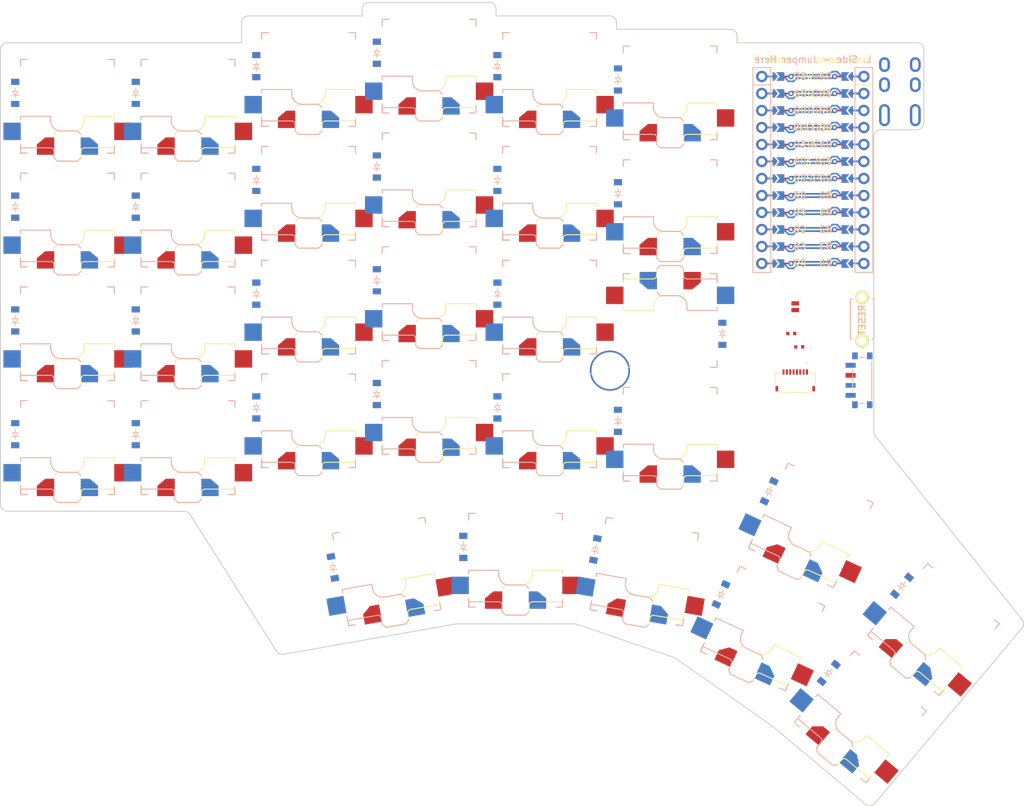
<source format=kicad_pcb>
(kicad_pcb (version 20171130) (host pcbnew 5.1.6)
  (title_block (title nib) (rev v1.0.0) (company Unknown))
  (layers (0 F.Cu signal) (31 B.Cu signal) (34 B.Paste user) (35 F.Paste user) (36 B.SilkS user) (37 F.SilkS user) (38 B.Mask user) (39 F.Mask user) (44 Edge.Cuts user))
  (net 0 "")
  (net 1 "RAW")
  (net 2 "GND")
  (net 3 "RST")
  (net 4 "VCC")
  (net 5 "DATA")
  (net 6 "CLK")
  (net 7 "RESET")
  (net 8 "R0")
  (net 9 "R1")
  (net 10 "R2")
  (net 11 "R3")
  (net 12 "R4")
  (net 13 "SP")
  (net 14 "D1")
  (net 15 "C0")
  (net 16 "C1")
  (net 17 "C2")
  (net 18 "C3")
  (net 19 "C4")
  (net 20 "C5")
  (net 21 "C6")
  (net 22 "C7")
  (net 23 "MCU1_24")
  (net 24 "MCU1_1")
  (net 25 "MCU1_23")
  (net 26 "MCU1_2")
  (net 27 "MCU1_22")
  (net 28 "MCU1_3")
  (net 29 "MCU1_21")
  (net 30 "MCU1_4")
  (net 31 "MCU1_20")
  (net 32 "MCU1_5")
  (net 33 "MCU1_19")
  (net 34 "MCU1_6")
  (net 35 "MCU1_18")
  (net 36 "MCU1_7")
  (net 37 "MCU1_17")
  (net 38 "MCU1_8")
  (net 39 "MCU1_16")
  (net 40 "MCU1_9")
  (net 41 "MCU1_15")
  (net 42 "MCU1_10")
  (net 43 "MCU1_14")
  (net 44 "MCU1_11")
  (net 45 "MCU1_13")
  (net 46 "MCU1_12")
  (net 47 "pinky2_bottom")
  (net 48 "pinky2_home")
  (net 49 "pinky2_top")
  (net 50 "pinky2_num")
  (net 51 "pinky_bottom")
  (net 52 "pinky_home")
  (net 53 "pinky_top")
  (net 54 "pinky_num")
  (net 55 "ring_bottom")
  (net 56 "ring_home")
  (net 57 "ring_top")
  (net 58 "ring_num")
  (net 59 "middle_bottom")
  (net 60 "middle_home")
  (net 61 "middle_top")
  (net 62 "middle_num")
  (net 63 "index_bottom")
  (net 64 "index_home")
  (net 65 "index_top")
  (net 66 "index_num")
  (net 67 "inner_bottom")
  (net 68 "inner_home")
  (net 69 "inner_top")
  (net 70 "inner_num")
  (net 71 "inner2_bottom")
  (net 72 "home_bottom")
  (net 73 "outer_bottom")
  (net 74 "outer_top")
  (net 75 "outer2_bottom")
  (net 76 "outer2_top")
  (net 77 "BAT_P")
  (net 78 "B")
  (net 79 "RESETC")
  (module nice_nano (layer F.Cu) (at 211.3 57.25 0)
    (fp_text reference "MCU1" hide)
    (pad 24 thru_hole circle (at -7.62 -12.7) (size 1.7 1.7) (drill 1) (layers *.Cu *.Mask) (net 23 "MCU1_24"))
    (pad 1 thru_hole circle (at 7.62 -12.7) (size 1.7 1.7) (drill 1) (layers *.Cu *.Mask) (net 24 "MCU1_1"))
    (pad 124 thru_hole circle (at -3.262 -12.7) (size 0.8 0.8) (drill 0.4) (layers *.Cu *.Mask) (net 13 "SP"))
    (pad 1 thru_hole circle (at 3.262 -12.7) (size 0.8 0.8) (drill 0.4) (layers *.Cu *.Mask) (net 1 "RAW"))
    (pad 24 smd custom (at -5.5 -12.7) (size 0.2 0.2) (layers F.Cu F.Mask) (net 23 "MCU1_24") (options (clearance outline) (anchor rect)) (primitives (gr_poly (pts (xy -0.5 -0.625) (xy -0.25 -0.625) (xy 0.25 0) (xy -0.25 0.625) (xy -0.5 0.625)) (width 0))))
    (pad 124 smd custom (at -4.775 -12.7) (size 0.2 0.2) (layers F.Cu F.Mask) (net 13 "SP") (options (clearance outline) (anchor rect)) (primitives (gr_poly (pts (xy -0.65 -0.625) (xy 0.5 -0.625) (xy 0.5 0.625) (xy -0.65 0.625) (xy -0.15 0)) (width 0))))
    (pad 1 smd custom (at 4.775 -12.7 180) (size 0.2 0.2) (layers F.Cu F.Mask) (net 1 "RAW") (options (clearance outline) (anchor rect)) (primitives (gr_poly (pts (xy -0.65 -0.625) (xy 0.5 -0.625) (xy 0.5 0.625) (xy -0.65 0.625) (xy -0.15 0)) (width 0))))
    (pad 1 smd custom (at 5.5 -12.7 180) (size 0.2 0.2) (layers F.Cu F.Mask) (net 24 "MCU1_1") (options (clearance outline) (anchor rect)) (primitives (gr_poly (pts (xy -0.5 -0.625) (xy -0.25 -0.625) (xy 0.25 0) (xy -0.25 0.625) (xy -0.5 0.625)) (width 0))))
    (pad 24 smd custom (at -5.5 -12.7) (size 0.2 0.2) (layers B.Cu B.Mask) (net 23 "MCU1_24") (options (clearance outline) (anchor rect)) (primitives (gr_poly (pts (xy -0.5 0.625) (xy -0.25 0.625) (xy 0.25 0) (xy -0.25 -0.625) (xy -0.5 -0.625)) (width 0))))
    (pad 1 smd custom (at -4.775 -12.7) (size 0.2 0.2) (layers B.Cu B.Mask) (net 1 "RAW") (options (clearance outline) (anchor rect)) (primitives (gr_poly (pts (xy -0.65 0.625) (xy 0.5 0.625) (xy 0.5 -0.625) (xy -0.65 -0.625) (xy -0.15 0)) (width 0))))
    (pad 124 smd custom (at 4.775 -12.7 180) (size 0.2 0.2) (layers B.Cu B.Mask) (net 13 "SP") (options (clearance outline) (anchor rect)) (primitives (gr_poly (pts (xy -0.65 0.625) (xy 0.5 0.625) (xy 0.5 -0.625) (xy -0.65 -0.625) (xy -0.15 0)) (width 0))))
    (pad 1 smd custom (at 5.5 -12.7 180) (size 0.2 0.2) (layers B.Cu B.Mask) (net 24 "MCU1_1") (options (clearance outline) (anchor rect)) (primitives (gr_poly (pts (xy -0.5 0.625) (xy -0.25 0.625) (xy 0.25 0) (xy -0.25 -0.625) (xy -0.5 -0.625)) (width 0))))
    (fp_text user RAW (at -3 -12.7) (layer F.SilkS) (effects (justify left)))
    (fp_text user SP (at 3 -12.7) (layer F.SilkS) (effects (justify right)))
    (fp_text user SP (at -3 -12.7 180) (layer B.SilkS) (effects (justify right mirror)))
    (fp_text user RAW (at 3 -12.7 180) (layer B.SilkS) (effects (justify left mirror)))
    (pad 23 thru_hole circle (at -7.62 -10.16) (size 1.7 1.7) (drill 1) (layers *.Cu *.Mask) (net 25 "MCU1_23"))
    (pad 2 thru_hole circle (at 7.62 -10.16) (size 1.7 1.7) (drill 1) (layers *.Cu *.Mask) (net 26 "MCU1_2"))
    (pad 123 thru_hole circle (at -3.262 -10.16) (size 0.8 0.8) (drill 0.4) (layers *.Cu *.Mask) (net 14 "D1"))
    (pad 2 thru_hole circle (at 3.262 -10.16) (size 0.8 0.8) (drill 0.4) (layers *.Cu *.Mask) (net 2 "GND"))
    (pad 23 smd custom (at -5.5 -10.16) (size 0.2 0.2) (layers F.Cu F.Mask) (net 25 "MCU1_23") (options (clearance outline) (anchor rect)) (primitives (gr_poly (pts (xy -0.5 -0.625) (xy -0.25 -0.625) (xy 0.25 0) (xy -0.25 0.625) (xy -0.5 0.625)) (width 0))))
    (pad 123 smd custom (at -4.775 -10.16) (size 0.2 0.2) (layers F.Cu F.Mask) (net 14 "D1") (options (clearance outline) (anchor rect)) (primitives (gr_poly (pts (xy -0.65 -0.625) (xy 0.5 -0.625) (xy 0.5 0.625) (xy -0.65 0.625) (xy -0.15 0)) (width 0))))
    (pad 2 smd custom (at 4.775 -10.16 180) (size 0.2 0.2) (layers F.Cu F.Mask) (net 2 "GND") (options (clearance outline) (anchor rect)) (primitives (gr_poly (pts (xy -0.65 -0.625) (xy 0.5 -0.625) (xy 0.5 0.625) (xy -0.65 0.625) (xy -0.15 0)) (width 0))))
    (pad 2 smd custom (at 5.5 -10.16 180) (size 0.2 0.2) (layers F.Cu F.Mask) (net 26 "MCU1_2") (options (clearance outline) (anchor rect)) (primitives (gr_poly (pts (xy -0.5 -0.625) (xy -0.25 -0.625) (xy 0.25 0) (xy -0.25 0.625) (xy -0.5 0.625)) (width 0))))
    (pad 23 smd custom (at -5.5 -10.16) (size 0.2 0.2) (layers B.Cu B.Mask) (net 25 "MCU1_23") (options (clearance outline) (anchor rect)) (primitives (gr_poly (pts (xy -0.5 0.625) (xy -0.25 0.625) (xy 0.25 0) (xy -0.25 -0.625) (xy -0.5 -0.625)) (width 0))))
    (pad 2 smd custom (at -4.775 -10.16) (size 0.2 0.2) (layers B.Cu B.Mask) (net 2 "GND") (options (clearance outline) (anchor rect)) (primitives (gr_poly (pts (xy -0.65 0.625) (xy 0.5 0.625) (xy 0.5 -0.625) (xy -0.65 -0.625) (xy -0.15 0)) (width 0))))
    (pad 123 smd custom (at 4.775 -10.16 180) (size 0.2 0.2) (layers B.Cu B.Mask) (net 14 "D1") (options (clearance outline) (anchor rect)) (primitives (gr_poly (pts (xy -0.65 0.625) (xy 0.5 0.625) (xy 0.5 -0.625) (xy -0.65 -0.625) (xy -0.15 0)) (width 0))))
    (pad 2 smd custom (at 5.5 -10.16 180) (size 0.2 0.2) (layers B.Cu B.Mask) (net 26 "MCU1_2") (options (clearance outline) (anchor rect)) (primitives (gr_poly (pts (xy -0.5 0.625) (xy -0.25 0.625) (xy 0.25 0) (xy -0.25 -0.625) (xy -0.5 -0.625)) (width 0))))
    (fp_text user GND (at -3 -10.16) (layer F.SilkS) (effects (justify left)))
    (fp_text user D1 (at 3 -10.16) (layer F.SilkS) (effects (justify right)))
    (fp_text user D1 (at -3 -10.16 180) (layer B.SilkS) (effects (justify right mirror)))
    (fp_text user GND (at 3 -10.16 180) (layer B.SilkS) (effects (justify left mirror)))
    (pad 22 thru_hole circle (at -7.62 -7.619999999999999) (size 1.7 1.7) (drill 1) (layers *.Cu *.Mask) (net 27 "MCU1_22"))
    (pad 3 thru_hole circle (at 7.62 -7.619999999999999) (size 1.7 1.7) (drill 1) (layers *.Cu *.Mask) (net 28 "MCU1_3"))
    (pad 122 thru_hole circle (at -3.262 -7.619999999999999) (size 0.8 0.8) (drill 0.4) (layers *.Cu *.Mask) (net 2 "GND"))
    (pad 3 thru_hole circle (at 3.262 -7.619999999999999) (size 0.8 0.8) (drill 0.4) (layers *.Cu *.Mask) (net 3 "RST"))
    (pad 22 smd custom (at -5.5 -7.619999999999999) (size 0.2 0.2) (layers F.Cu F.Mask) (net 27 "MCU1_22") (options (clearance outline) (anchor rect)) (primitives (gr_poly (pts (xy -0.5 -0.625) (xy -0.25 -0.625) (xy 0.25 0) (xy -0.25 0.625) (xy -0.5 0.625)) (width 0))))
    (pad 122 smd custom (at -4.775 -7.619999999999999) (size 0.2 0.2) (layers F.Cu F.Mask) (net 2 "GND") (options (clearance outline) (anchor rect)) (primitives (gr_poly (pts (xy -0.65 -0.625) (xy 0.5 -0.625) (xy 0.5 0.625) (xy -0.65 0.625) (xy -0.15 0)) (width 0))))
    (pad 3 smd custom (at 4.775 -7.619999999999999 180) (size 0.2 0.2) (layers F.Cu F.Mask) (net 3 "RST") (options (clearance outline) (anchor rect)) (primitives (gr_poly (pts (xy -0.65 -0.625) (xy 0.5 -0.625) (xy 0.5 0.625) (xy -0.65 0.625) (xy -0.15 0)) (width 0))))
    (pad 3 smd custom (at 5.5 -7.619999999999999 180) (size 0.2 0.2) (layers F.Cu F.Mask) (net 28 "MCU1_3") (options (clearance outline) (anchor rect)) (primitives (gr_poly (pts (xy -0.5 -0.625) (xy -0.25 -0.625) (xy 0.25 0) (xy -0.25 0.625) (xy -0.5 0.625)) (width 0))))
    (pad 22 smd custom (at -5.5 -7.619999999999999) (size 0.2 0.2) (layers B.Cu B.Mask) (net 27 "MCU1_22") (options (clearance outline) (anchor rect)) (primitives (gr_poly (pts (xy -0.5 0.625) (xy -0.25 0.625) (xy 0.25 0) (xy -0.25 -0.625) (xy -0.5 -0.625)) (width 0))))
    (pad 3 smd custom (at -4.775 -7.619999999999999) (size 0.2 0.2) (layers B.Cu B.Mask) (net 3 "RST") (options (clearance outline) (anchor rect)) (primitives (gr_poly (pts (xy -0.65 0.625) (xy 0.5 0.625) (xy 0.5 -0.625) (xy -0.65 -0.625) (xy -0.15 0)) (width 0))))
    (pad 122 smd custom (at 4.775 -7.619999999999999 180) (size 0.2 0.2) (layers B.Cu B.Mask) (net 2 "GND") (options (clearance outline) (anchor rect)) (primitives (gr_poly (pts (xy -0.65 0.625) (xy 0.5 0.625) (xy 0.5 -0.625) (xy -0.65 -0.625) (xy -0.15 0)) (width 0))))
    (pad 3 smd custom (at 5.5 -7.619999999999999 180) (size 0.2 0.2) (layers B.Cu B.Mask) (net 28 "MCU1_3") (options (clearance outline) (anchor rect)) (primitives (gr_poly (pts (xy -0.5 0.625) (xy -0.25 0.625) (xy 0.25 0) (xy -0.25 -0.625) (xy -0.5 -0.625)) (width 0))))
    (fp_text user RST (at -3 -7.619999999999999) (layer F.SilkS) (effects (justify left)))
    (fp_text user GND (at 3 -7.619999999999999) (layer F.SilkS) (effects (justify right)))
    (fp_text user GND (at -3 -7.619999999999999 180) (layer B.SilkS) (effects (justify right mirror)))
    (fp_text user RST (at 3 -7.619999999999999 180) (layer B.SilkS) (effects (justify left mirror)))
    (pad 21 thru_hole circle (at -7.62 -5.079999999999999) (size 1.7 1.7) (drill 1) (layers *.Cu *.Mask) (net 29 "MCU1_21"))
    (pad 4 thru_hole circle (at 7.62 -5.079999999999999) (size 1.7 1.7) (drill 1) (layers *.Cu *.Mask) (net 30 "MCU1_4"))
    (pad 121 thru_hole circle (at -3.262 -5.079999999999999) (size 0.8 0.8) (drill 0.4) (layers *.Cu *.Mask) (net 2 "GND"))
    (pad 4 thru_hole circle (at 3.262 -5.079999999999999) (size 0.8 0.8) (drill 0.4) (layers *.Cu *.Mask) (net 4 "VCC"))
    (pad 21 smd custom (at -5.5 -5.079999999999999) (size 0.2 0.2) (layers F.Cu F.Mask) (net 29 "MCU1_21") (options (clearance outline) (anchor rect)) (primitives (gr_poly (pts (xy -0.5 -0.625) (xy -0.25 -0.625) (xy 0.25 0) (xy -0.25 0.625) (xy -0.5 0.625)) (width 0))))
    (pad 121 smd custom (at -4.775 -5.079999999999999) (size 0.2 0.2) (layers F.Cu F.Mask) (net 2 "GND") (options (clearance outline) (anchor rect)) (primitives (gr_poly (pts (xy -0.65 -0.625) (xy 0.5 -0.625) (xy 0.5 0.625) (xy -0.65 0.625) (xy -0.15 0)) (width 0))))
    (pad 4 smd custom (at 4.775 -5.079999999999999 180) (size 0.2 0.2) (layers F.Cu F.Mask) (net 4 "VCC") (options (clearance outline) (anchor rect)) (primitives (gr_poly (pts (xy -0.65 -0.625) (xy 0.5 -0.625) (xy 0.5 0.625) (xy -0.65 0.625) (xy -0.15 0)) (width 0))))
    (pad 4 smd custom (at 5.5 -5.079999999999999 180) (size 0.2 0.2) (layers F.Cu F.Mask) (net 30 "MCU1_4") (options (clearance outline) (anchor rect)) (primitives (gr_poly (pts (xy -0.5 -0.625) (xy -0.25 -0.625) (xy 0.25 0) (xy -0.25 0.625) (xy -0.5 0.625)) (width 0))))
    (pad 21 smd custom (at -5.5 -5.079999999999999) (size 0.2 0.2) (layers B.Cu B.Mask) (net 29 "MCU1_21") (options (clearance outline) (anchor rect)) (primitives (gr_poly (pts (xy -0.5 0.625) (xy -0.25 0.625) (xy 0.25 0) (xy -0.25 -0.625) (xy -0.5 -0.625)) (width 0))))
    (pad 4 smd custom (at -4.775 -5.079999999999999) (size 0.2 0.2) (layers B.Cu B.Mask) (net 4 "VCC") (options (clearance outline) (anchor rect)) (primitives (gr_poly (pts (xy -0.65 0.625) (xy 0.5 0.625) (xy 0.5 -0.625) (xy -0.65 -0.625) (xy -0.15 0)) (width 0))))
    (pad 121 smd custom (at 4.775 -5.079999999999999 180) (size 0.2 0.2) (layers B.Cu B.Mask) (net 2 "GND") (options (clearance outline) (anchor rect)) (primitives (gr_poly (pts (xy -0.65 0.625) (xy 0.5 0.625) (xy 0.5 -0.625) (xy -0.65 -0.625) (xy -0.15 0)) (width 0))))
    (pad 4 smd custom (at 5.5 -5.079999999999999 180) (size 0.2 0.2) (layers B.Cu B.Mask) (net 30 "MCU1_4") (options (clearance outline) (anchor rect)) (primitives (gr_poly (pts (xy -0.5 0.625) (xy -0.25 0.625) (xy 0.25 0) (xy -0.25 -0.625) (xy -0.5 -0.625)) (width 0))))
    (fp_text user VCC (at -3 -5.079999999999999) (layer F.SilkS) (effects (justify left)))
    (fp_text user GND (at 3 -5.079999999999999) (layer F.SilkS) (effects (justify right)))
    (fp_text user GND (at -3 -5.079999999999999 180) (layer B.SilkS) (effects (justify right mirror)))
    (fp_text user VCC (at 3 -5.079999999999999 180) (layer B.SilkS) (effects (justify left mirror)))
    (pad 20 thru_hole circle (at -7.62 -2.539999999999999) (size 1.7 1.7) (drill 1) (layers *.Cu *.Mask) (net 31 "MCU1_20"))
    (pad 5 thru_hole circle (at 7.62 -2.539999999999999) (size 1.7 1.7) (drill 1) (layers *.Cu *.Mask) (net 32 "MCU1_5"))
    (pad 120 thru_hole circle (at -3.262 -2.539999999999999) (size 0.8 0.8) (drill 0.4) (layers *.Cu *.Mask) (net 15 "C0"))
    (pad 5 thru_hole circle (at 3.262 -2.539999999999999) (size 0.8 0.8) (drill 0.4) (layers *.Cu *.Mask) (net 5 "DATA"))
    (pad 20 smd custom (at -5.5 -2.539999999999999) (size 0.2 0.2) (layers F.Cu F.Mask) (net 31 "MCU1_20") (options (clearance outline) (anchor rect)) (primitives (gr_poly (pts (xy -0.5 -0.625) (xy -0.25 -0.625) (xy 0.25 0) (xy -0.25 0.625) (xy -0.5 0.625)) (width 0))))
    (pad 120 smd custom (at -4.775 -2.539999999999999) (size 0.2 0.2) (layers F.Cu F.Mask) (net 15 "C0") (options (clearance outline) (anchor rect)) (primitives (gr_poly (pts (xy -0.65 -0.625) (xy 0.5 -0.625) (xy 0.5 0.625) (xy -0.65 0.625) (xy -0.15 0)) (width 0))))
    (pad 5 smd custom (at 4.775 -2.539999999999999 180) (size 0.2 0.2) (layers F.Cu F.Mask) (net 5 "DATA") (options (clearance outline) (anchor rect)) (primitives (gr_poly (pts (xy -0.65 -0.625) (xy 0.5 -0.625) (xy 0.5 0.625) (xy -0.65 0.625) (xy -0.15 0)) (width 0))))
    (pad 5 smd custom (at 5.5 -2.539999999999999 180) (size 0.2 0.2) (layers F.Cu F.Mask) (net 32 "MCU1_5") (options (clearance outline) (anchor rect)) (primitives (gr_poly (pts (xy -0.5 -0.625) (xy -0.25 -0.625) (xy 0.25 0) (xy -0.25 0.625) (xy -0.5 0.625)) (width 0))))
    (pad 20 smd custom (at -5.5 -2.539999999999999) (size 0.2 0.2) (layers B.Cu B.Mask) (net 31 "MCU1_20") (options (clearance outline) (anchor rect)) (primitives (gr_poly (pts (xy -0.5 0.625) (xy -0.25 0.625) (xy 0.25 0) (xy -0.25 -0.625) (xy -0.5 -0.625)) (width 0))))
    (pad 5 smd custom (at -4.775 -2.539999999999999) (size 0.2 0.2) (layers B.Cu B.Mask) (net 5 "DATA") (options (clearance outline) (anchor rect)) (primitives (gr_poly (pts (xy -0.65 0.625) (xy 0.5 0.625) (xy 0.5 -0.625) (xy -0.65 -0.625) (xy -0.15 0)) (width 0))))
    (pad 120 smd custom (at 4.775 -2.539999999999999 180) (size 0.2 0.2) (layers B.Cu B.Mask) (net 15 "C0") (options (clearance outline) (anchor rect)) (primitives (gr_poly (pts (xy -0.65 0.625) (xy 0.5 0.625) (xy 0.5 -0.625) (xy -0.65 -0.625) (xy -0.15 0)) (width 0))))
    (pad 5 smd custom (at 5.5 -2.539999999999999 180) (size 0.2 0.2) (layers B.Cu B.Mask) (net 32 "MCU1_5") (options (clearance outline) (anchor rect)) (primitives (gr_poly (pts (xy -0.5 0.625) (xy -0.25 0.625) (xy 0.25 0) (xy -0.25 -0.625) (xy -0.5 -0.625)) (width 0))))
    (fp_text user DATA (at -3 -2.539999999999999) (layer F.SilkS) (effects (justify left)))
    (fp_text user C0 (at 3 -2.539999999999999) (layer F.SilkS) (effects (justify right)))
    (fp_text user C0 (at -3 -2.539999999999999 180) (layer B.SilkS) (effects (justify right mirror)))
    (fp_text user DATA (at 3 -2.539999999999999 180) (layer B.SilkS) (effects (justify left mirror)))
    (pad 19 thru_hole circle (at -7.62 0) (size 1.7 1.7) (drill 1) (layers *.Cu *.Mask) (net 33 "MCU1_19"))
    (pad 6 thru_hole circle (at 7.62 0) (size 1.7 1.7) (drill 1) (layers *.Cu *.Mask) (net 34 "MCU1_6"))
    (pad 119 thru_hole circle (at -3.262 0) (size 0.8 0.8) (drill 0.4) (layers *.Cu *.Mask) (net 16 "C1"))
    (pad 6 thru_hole circle (at 3.262 0) (size 0.8 0.8) (drill 0.4) (layers *.Cu *.Mask) (net 6 "CLK"))
    (pad 19 smd custom (at -5.5 0) (size 0.2 0.2) (layers F.Cu F.Mask) (net 33 "MCU1_19") (options (clearance outline) (anchor rect)) (primitives (gr_poly (pts (xy -0.5 -0.625) (xy -0.25 -0.625) (xy 0.25 0) (xy -0.25 0.625) (xy -0.5 0.625)) (width 0))))
    (pad 119 smd custom (at -4.775 0) (size 0.2 0.2) (layers F.Cu F.Mask) (net 16 "C1") (options (clearance outline) (anchor rect)) (primitives (gr_poly (pts (xy -0.65 -0.625) (xy 0.5 -0.625) (xy 0.5 0.625) (xy -0.65 0.625) (xy -0.15 0)) (width 0))))
    (pad 6 smd custom (at 4.775 0 180) (size 0.2 0.2) (layers F.Cu F.Mask) (net 6 "CLK") (options (clearance outline) (anchor rect)) (primitives (gr_poly (pts (xy -0.65 -0.625) (xy 0.5 -0.625) (xy 0.5 0.625) (xy -0.65 0.625) (xy -0.15 0)) (width 0))))
    (pad 6 smd custom (at 5.5 0 180) (size 0.2 0.2) (layers F.Cu F.Mask) (net 34 "MCU1_6") (options (clearance outline) (anchor rect)) (primitives (gr_poly (pts (xy -0.5 -0.625) (xy -0.25 -0.625) (xy 0.25 0) (xy -0.25 0.625) (xy -0.5 0.625)) (width 0))))
    (pad 19 smd custom (at -5.5 0) (size 0.2 0.2) (layers B.Cu B.Mask) (net 33 "MCU1_19") (options (clearance outline) (anchor rect)) (primitives (gr_poly (pts (xy -0.5 0.625) (xy -0.25 0.625) (xy 0.25 0) (xy -0.25 -0.625) (xy -0.5 -0.625)) (width 0))))
    (pad 6 smd custom (at -4.775 0) (size 0.2 0.2) (layers B.Cu B.Mask) (net 6 "CLK") (options (clearance outline) (anchor rect)) (primitives (gr_poly (pts (xy -0.65 0.625) (xy 0.5 0.625) (xy 0.5 -0.625) (xy -0.65 -0.625) (xy -0.15 0)) (width 0))))
    (pad 119 smd custom (at 4.775 0 180) (size 0.2 0.2) (layers B.Cu B.Mask) (net 16 "C1") (options (clearance outline) (anchor rect)) (primitives (gr_poly (pts (xy -0.65 0.625) (xy 0.5 0.625) (xy 0.5 -0.625) (xy -0.65 -0.625) (xy -0.15 0)) (width 0))))
    (pad 6 smd custom (at 5.5 0 180) (size 0.2 0.2) (layers B.Cu B.Mask) (net 34 "MCU1_6") (options (clearance outline) (anchor rect)) (primitives (gr_poly (pts (xy -0.5 0.625) (xy -0.25 0.625) (xy 0.25 0) (xy -0.25 -0.625) (xy -0.5 -0.625)) (width 0))))
    (fp_text user CLK (at -3 0) (layer F.SilkS) (effects (justify left)))
    (fp_text user C1 (at 3 0) (layer F.SilkS) (effects (justify right)))
    (fp_text user C1 (at -3 0 180) (layer B.SilkS) (effects (justify right mirror)))
    (fp_text user CLK (at 3 0 180) (layer B.SilkS) (effects (justify left mirror)))
    (pad 18 thru_hole circle (at -7.62 2.540000000000001) (size 1.7 1.7) (drill 1) (layers *.Cu *.Mask) (net 35 "MCU1_18"))
    (pad 7 thru_hole circle (at 7.62 2.540000000000001) (size 1.7 1.7) (drill 1) (layers *.Cu *.Mask) (net 36 "MCU1_7"))
    (pad 118 thru_hole circle (at -3.262 2.540000000000001) (size 0.8 0.8) (drill 0.4) (layers *.Cu *.Mask) (net 17 "C2"))
    (pad 7 thru_hole circle (at 3.262 2.540000000000001) (size 0.8 0.8) (drill 0.4) (layers *.Cu *.Mask) (net 7 "RESET"))
    (pad 18 smd custom (at -5.5 2.540000000000001) (size 0.2 0.2) (layers F.Cu F.Mask) (net 35 "MCU1_18") (options (clearance outline) (anchor rect)) (primitives (gr_poly (pts (xy -0.5 -0.625) (xy -0.25 -0.625) (xy 0.25 0) (xy -0.25 0.625) (xy -0.5 0.625)) (width 0))))
    (pad 118 smd custom (at -4.775 2.540000000000001) (size 0.2 0.2) (layers F.Cu F.Mask) (net 17 "C2") (options (clearance outline) (anchor rect)) (primitives (gr_poly (pts (xy -0.65 -0.625) (xy 0.5 -0.625) (xy 0.5 0.625) (xy -0.65 0.625) (xy -0.15 0)) (width 0))))
    (pad 7 smd custom (at 4.775 2.540000000000001 180) (size 0.2 0.2) (layers F.Cu F.Mask) (net 7 "RESET") (options (clearance outline) (anchor rect)) (primitives (gr_poly (pts (xy -0.65 -0.625) (xy 0.5 -0.625) (xy 0.5 0.625) (xy -0.65 0.625) (xy -0.15 0)) (width 0))))
    (pad 7 smd custom (at 5.5 2.540000000000001 180) (size 0.2 0.2) (layers F.Cu F.Mask) (net 36 "MCU1_7") (options (clearance outline) (anchor rect)) (primitives (gr_poly (pts (xy -0.5 -0.625) (xy -0.25 -0.625) (xy 0.25 0) (xy -0.25 0.625) (xy -0.5 0.625)) (width 0))))
    (pad 18 smd custom (at -5.5 2.540000000000001) (size 0.2 0.2) (layers B.Cu B.Mask) (net 35 "MCU1_18") (options (clearance outline) (anchor rect)) (primitives (gr_poly (pts (xy -0.5 0.625) (xy -0.25 0.625) (xy 0.25 0) (xy -0.25 -0.625) (xy -0.5 -0.625)) (width 0))))
    (pad 7 smd custom (at -4.775 2.540000000000001) (size 0.2 0.2) (layers B.Cu B.Mask) (net 7 "RESET") (options (clearance outline) (anchor rect)) (primitives (gr_poly (pts (xy -0.65 0.625) (xy 0.5 0.625) (xy 0.5 -0.625) (xy -0.65 -0.625) (xy -0.15 0)) (width 0))))
    (pad 118 smd custom (at 4.775 2.540000000000001 180) (size 0.2 0.2) (layers B.Cu B.Mask) (net 17 "C2") (options (clearance outline) (anchor rect)) (primitives (gr_poly (pts (xy -0.65 0.625) (xy 0.5 0.625) (xy 0.5 -0.625) (xy -0.65 -0.625) (xy -0.15 0)) (width 0))))
    (pad 7 smd custom (at 5.5 2.540000000000001 180) (size 0.2 0.2) (layers B.Cu B.Mask) (net 36 "MCU1_7") (options (clearance outline) (anchor rect)) (primitives (gr_poly (pts (xy -0.5 0.625) (xy -0.25 0.625) (xy 0.25 0) (xy -0.25 -0.625) (xy -0.5 -0.625)) (width 0))))
    (fp_text user RESET (at -3 2.540000000000001) (layer F.SilkS) (effects (justify left)))
    (fp_text user C2 (at 3 2.540000000000001) (layer F.SilkS) (effects (justify right)))
    (fp_text user C2 (at -3 2.540000000000001 180) (layer B.SilkS) (effects (justify right mirror)))
    (fp_text user RESET (at 3 2.540000000000001 180) (layer B.SilkS) (effects (justify left mirror)))
    (pad 17 thru_hole circle (at -7.62 5.080000000000002) (size 1.7 1.7) (drill 1) (layers *.Cu *.Mask) (net 37 "MCU1_17"))
    (pad 8 thru_hole circle (at 7.62 5.080000000000002) (size 1.7 1.7) (drill 1) (layers *.Cu *.Mask) (net 38 "MCU1_8"))
    (pad 117 thru_hole circle (at -3.262 5.080000000000002) (size 0.8 0.8) (drill 0.4) (layers *.Cu *.Mask) (net 18 "C3"))
    (pad 8 thru_hole circle (at 3.262 5.080000000000002) (size 0.8 0.8) (drill 0.4) (layers *.Cu *.Mask) (net 8 "R0"))
    (pad 17 smd custom (at -5.5 5.080000000000002) (size 0.2 0.2) (layers F.Cu F.Mask) (net 37 "MCU1_17") (options (clearance outline) (anchor rect)) (primitives (gr_poly (pts (xy -0.5 -0.625) (xy -0.25 -0.625) (xy 0.25 0) (xy -0.25 0.625) (xy -0.5 0.625)) (width 0))))
    (pad 117 smd custom (at -4.775 5.080000000000002) (size 0.2 0.2) (layers F.Cu F.Mask) (net 18 "C3") (options (clearance outline) (anchor rect)) (primitives (gr_poly (pts (xy -0.65 -0.625) (xy 0.5 -0.625) (xy 0.5 0.625) (xy -0.65 0.625) (xy -0.15 0)) (width 0))))
    (pad 8 smd custom (at 4.775 5.080000000000002 180) (size 0.2 0.2) (layers F.Cu F.Mask) (net 8 "R0") (options (clearance outline) (anchor rect)) (primitives (gr_poly (pts (xy -0.65 -0.625) (xy 0.5 -0.625) (xy 0.5 0.625) (xy -0.65 0.625) (xy -0.15 0)) (width 0))))
    (pad 8 smd custom (at 5.5 5.080000000000002 180) (size 0.2 0.2) (layers F.Cu F.Mask) (net 38 "MCU1_8") (options (clearance outline) (anchor rect)) (primitives (gr_poly (pts (xy -0.5 -0.625) (xy -0.25 -0.625) (xy 0.25 0) (xy -0.25 0.625) (xy -0.5 0.625)) (width 0))))
    (pad 17 smd custom (at -5.5 5.080000000000002) (size 0.2 0.2) (layers B.Cu B.Mask) (net 37 "MCU1_17") (options (clearance outline) (anchor rect)) (primitives (gr_poly (pts (xy -0.5 0.625) (xy -0.25 0.625) (xy 0.25 0) (xy -0.25 -0.625) (xy -0.5 -0.625)) (width 0))))
    (pad 8 smd custom (at -4.775 5.080000000000002) (size 0.2 0.2) (layers B.Cu B.Mask) (net 8 "R0") (options (clearance outline) (anchor rect)) (primitives (gr_poly (pts (xy -0.65 0.625) (xy 0.5 0.625) (xy 0.5 -0.625) (xy -0.65 -0.625) (xy -0.15 0)) (width 0))))
    (pad 117 smd custom (at 4.775 5.080000000000002 180) (size 0.2 0.2) (layers B.Cu B.Mask) (net 18 "C3") (options (clearance outline) (anchor rect)) (primitives (gr_poly (pts (xy -0.65 0.625) (xy 0.5 0.625) (xy 0.5 -0.625) (xy -0.65 -0.625) (xy -0.15 0)) (width 0))))
    (pad 8 smd custom (at 5.5 5.080000000000002 180) (size 0.2 0.2) (layers B.Cu B.Mask) (net 38 "MCU1_8") (options (clearance outline) (anchor rect)) (primitives (gr_poly (pts (xy -0.5 0.625) (xy -0.25 0.625) (xy 0.25 0) (xy -0.25 -0.625) (xy -0.5 -0.625)) (width 0))))
    (fp_text user R0 (at -3 5.080000000000002) (layer F.SilkS) (effects (justify left)))
    (fp_text user C3 (at 3 5.080000000000002) (layer F.SilkS) (effects (justify right)))
    (fp_text user C3 (at -3 5.080000000000002 180) (layer B.SilkS) (effects (justify right mirror)))
    (fp_text user R0 (at 3 5.080000000000002 180) (layer B.SilkS) (effects (justify left mirror)))
    (pad 16 thru_hole circle (at -7.62 7.620000000000001) (size 1.7 1.7) (drill 1) (layers *.Cu *.Mask) (net 39 "MCU1_16"))
    (pad 9 thru_hole circle (at 7.62 7.620000000000001) (size 1.7 1.7) (drill 1) (layers *.Cu *.Mask) (net 40 "MCU1_9"))
    (pad 116 thru_hole circle (at -3.262 7.620000000000001) (size 0.8 0.8) (drill 0.4) (layers *.Cu *.Mask) (net 19 "C4"))
    (pad 9 thru_hole circle (at 3.262 7.620000000000001) (size 0.8 0.8) (drill 0.4) (layers *.Cu *.Mask) (net 9 "R1"))
    (pad 16 smd custom (at -5.5 7.620000000000001) (size 0.2 0.2) (layers F.Cu F.Mask) (net 39 "MCU1_16") (options (clearance outline) (anchor rect)) (primitives (gr_poly (pts (xy -0.5 -0.625) (xy -0.25 -0.625) (xy 0.25 0) (xy -0.25 0.625) (xy -0.5 0.625)) (width 0))))
    (pad 116 smd custom (at -4.775 7.620000000000001) (size 0.2 0.2) (layers F.Cu F.Mask) (net 19 "C4") (options (clearance outline) (anchor rect)) (primitives (gr_poly (pts (xy -0.65 -0.625) (xy 0.5 -0.625) (xy 0.5 0.625) (xy -0.65 0.625) (xy -0.15 0)) (width 0))))
    (pad 9 smd custom (at 4.775 7.620000000000001 180) (size 0.2 0.2) (layers F.Cu F.Mask) (net 9 "R1") (options (clearance outline) (anchor rect)) (primitives (gr_poly (pts (xy -0.65 -0.625) (xy 0.5 -0.625) (xy 0.5 0.625) (xy -0.65 0.625) (xy -0.15 0)) (width 0))))
    (pad 9 smd custom (at 5.5 7.620000000000001 180) (size 0.2 0.2) (layers F.Cu F.Mask) (net 40 "MCU1_9") (options (clearance outline) (anchor rect)) (primitives (gr_poly (pts (xy -0.5 -0.625) (xy -0.25 -0.625) (xy 0.25 0) (xy -0.25 0.625) (xy -0.5 0.625)) (width 0))))
    (pad 16 smd custom (at -5.5 7.620000000000001) (size 0.2 0.2) (layers B.Cu B.Mask) (net 39 "MCU1_16") (options (clearance outline) (anchor rect)) (primitives (gr_poly (pts (xy -0.5 0.625) (xy -0.25 0.625) (xy 0.25 0) (xy -0.25 -0.625) (xy -0.5 -0.625)) (width 0))))
    (pad 9 smd custom (at -4.775 7.620000000000001) (size 0.2 0.2) (layers B.Cu B.Mask) (net 9 "R1") (options (clearance outline) (anchor rect)) (primitives (gr_poly (pts (xy -0.65 0.625) (xy 0.5 0.625) (xy 0.5 -0.625) (xy -0.65 -0.625) (xy -0.15 0)) (width 0))))
    (pad 116 smd custom (at 4.775 7.620000000000001 180) (size 0.2 0.2) (layers B.Cu B.Mask) (net 19 "C4") (options (clearance outline) (anchor rect)) (primitives (gr_poly (pts (xy -0.65 0.625) (xy 0.5 0.625) (xy 0.5 -0.625) (xy -0.65 -0.625) (xy -0.15 0)) (width 0))))
    (pad 9 smd custom (at 5.5 7.620000000000001 180) (size 0.2 0.2) (layers B.Cu B.Mask) (net 40 "MCU1_9") (options (clearance outline) (anchor rect)) (primitives (gr_poly (pts (xy -0.5 0.625) (xy -0.25 0.625) (xy 0.25 0) (xy -0.25 -0.625) (xy -0.5 -0.625)) (width 0))))
    (fp_text user R1 (at -3 7.620000000000001) (layer F.SilkS) (effects (justify left)))
    (fp_text user C4 (at 3 7.620000000000001) (layer F.SilkS) (effects (justify right)))
    (fp_text user C4 (at -3 7.620000000000001 180) (layer B.SilkS) (effects (justify right mirror)))
    (fp_text user R1 (at 3 7.620000000000001 180) (layer B.SilkS) (effects (justify left mirror)))
    (pad 15 thru_hole circle (at -7.62 10.16) (size 1.7 1.7) (drill 1) (layers *.Cu *.Mask) (net 41 "MCU1_15"))
    (pad 10 thru_hole circle (at 7.62 10.16) (size 1.7 1.7) (drill 1) (layers *.Cu *.Mask) (net 42 "MCU1_10"))
    (pad 115 thru_hole circle (at -3.262 10.16) (size 0.8 0.8) (drill 0.4) (layers *.Cu *.Mask) (net 20 "C5"))
    (pad 10 thru_hole circle (at 3.262 10.16) (size 0.8 0.8) (drill 0.4) (layers *.Cu *.Mask) (net 10 "R2"))
    (pad 15 smd custom (at -5.5 10.16) (size 0.2 0.2) (layers F.Cu F.Mask) (net 41 "MCU1_15") (options (clearance outline) (anchor rect)) (primitives (gr_poly (pts (xy -0.5 -0.625) (xy -0.25 -0.625) (xy 0.25 0) (xy -0.25 0.625) (xy -0.5 0.625)) (width 0))))
    (pad 115 smd custom (at -4.775 10.16) (size 0.2 0.2) (layers F.Cu F.Mask) (net 20 "C5") (options (clearance outline) (anchor rect)) (primitives (gr_poly (pts (xy -0.65 -0.625) (xy 0.5 -0.625) (xy 0.5 0.625) (xy -0.65 0.625) (xy -0.15 0)) (width 0))))
    (pad 10 smd custom (at 4.775 10.16 180) (size 0.2 0.2) (layers F.Cu F.Mask) (net 10 "R2") (options (clearance outline) (anchor rect)) (primitives (gr_poly (pts (xy -0.65 -0.625) (xy 0.5 -0.625) (xy 0.5 0.625) (xy -0.65 0.625) (xy -0.15 0)) (width 0))))
    (pad 10 smd custom (at 5.5 10.16 180) (size 0.2 0.2) (layers F.Cu F.Mask) (net 42 "MCU1_10") (options (clearance outline) (anchor rect)) (primitives (gr_poly (pts (xy -0.5 -0.625) (xy -0.25 -0.625) (xy 0.25 0) (xy -0.25 0.625) (xy -0.5 0.625)) (width 0))))
    (pad 15 smd custom (at -5.5 10.16) (size 0.2 0.2) (layers B.Cu B.Mask) (net 41 "MCU1_15") (options (clearance outline) (anchor rect)) (primitives (gr_poly (pts (xy -0.5 0.625) (xy -0.25 0.625) (xy 0.25 0) (xy -0.25 -0.625) (xy -0.5 -0.625)) (width 0))))
    (pad 10 smd custom (at -4.775 10.16) (size 0.2 0.2) (layers B.Cu B.Mask) (net 10 "R2") (options (clearance outline) (anchor rect)) (primitives (gr_poly (pts (xy -0.65 0.625) (xy 0.5 0.625) (xy 0.5 -0.625) (xy -0.65 -0.625) (xy -0.15 0)) (width 0))))
    (pad 115 smd custom (at 4.775 10.16 180) (size 0.2 0.2) (layers B.Cu B.Mask) (net 20 "C5") (options (clearance outline) (anchor rect)) (primitives (gr_poly (pts (xy -0.65 0.625) (xy 0.5 0.625) (xy 0.5 -0.625) (xy -0.65 -0.625) (xy -0.15 0)) (width 0))))
    (pad 10 smd custom (at 5.5 10.16 180) (size 0.2 0.2) (layers B.Cu B.Mask) (net 42 "MCU1_10") (options (clearance outline) (anchor rect)) (primitives (gr_poly (pts (xy -0.5 0.625) (xy -0.25 0.625) (xy 0.25 0) (xy -0.25 -0.625) (xy -0.5 -0.625)) (width 0))))
    (fp_text user R2 (at -3 10.16) (layer F.SilkS) (effects (justify left)))
    (fp_text user C5 (at 3 10.16) (layer F.SilkS) (effects (justify right)))
    (fp_text user C5 (at -3 10.16 180) (layer B.SilkS) (effects (justify right mirror)))
    (fp_text user R2 (at 3 10.16 180) (layer B.SilkS) (effects (justify left mirror)))
    (pad 14 thru_hole circle (at -7.62 12.7) (size 1.7 1.7) (drill 1) (layers *.Cu *.Mask) (net 43 "MCU1_14"))
    (pad 11 thru_hole circle (at 7.62 12.7) (size 1.7 1.7) (drill 1) (layers *.Cu *.Mask) (net 44 "MCU1_11"))
    (pad 114 thru_hole circle (at -3.262 12.7) (size 0.8 0.8) (drill 0.4) (layers *.Cu *.Mask) (net 21 "C6"))
    (pad 11 thru_hole circle (at 3.262 12.7) (size 0.8 0.8) (drill 0.4) (layers *.Cu *.Mask) (net 11 "R3"))
    (pad 14 smd custom (at -5.5 12.7) (size 0.2 0.2) (layers F.Cu F.Mask) (net 43 "MCU1_14") (options (clearance outline) (anchor rect)) (primitives (gr_poly (pts (xy -0.5 -0.625) (xy -0.25 -0.625) (xy 0.25 0) (xy -0.25 0.625) (xy -0.5 0.625)) (width 0))))
    (pad 114 smd custom (at -4.775 12.7) (size 0.2 0.2) (layers F.Cu F.Mask) (net 21 "C6") (options (clearance outline) (anchor rect)) (primitives (gr_poly (pts (xy -0.65 -0.625) (xy 0.5 -0.625) (xy 0.5 0.625) (xy -0.65 0.625) (xy -0.15 0)) (width 0))))
    (pad 11 smd custom (at 4.775 12.7 180) (size 0.2 0.2) (layers F.Cu F.Mask) (net 11 "R3") (options (clearance outline) (anchor rect)) (primitives (gr_poly (pts (xy -0.65 -0.625) (xy 0.5 -0.625) (xy 0.5 0.625) (xy -0.65 0.625) (xy -0.15 0)) (width 0))))
    (pad 11 smd custom (at 5.5 12.7 180) (size 0.2 0.2) (layers F.Cu F.Mask) (net 44 "MCU1_11") (options (clearance outline) (anchor rect)) (primitives (gr_poly (pts (xy -0.5 -0.625) (xy -0.25 -0.625) (xy 0.25 0) (xy -0.25 0.625) (xy -0.5 0.625)) (width 0))))
    (pad 14 smd custom (at -5.5 12.7) (size 0.2 0.2) (layers B.Cu B.Mask) (net 43 "MCU1_14") (options (clearance outline) (anchor rect)) (primitives (gr_poly (pts (xy -0.5 0.625) (xy -0.25 0.625) (xy 0.25 0) (xy -0.25 -0.625) (xy -0.5 -0.625)) (width 0))))
    (pad 11 smd custom (at -4.775 12.7) (size 0.2 0.2) (layers B.Cu B.Mask) (net 11 "R3") (options (clearance outline) (anchor rect)) (primitives (gr_poly (pts (xy -0.65 0.625) (xy 0.5 0.625) (xy 0.5 -0.625) (xy -0.65 -0.625) (xy -0.15 0)) (width 0))))
    (pad 114 smd custom (at 4.775 12.7 180) (size 0.2 0.2) (layers B.Cu B.Mask) (net 21 "C6") (options (clearance outline) (anchor rect)) (primitives (gr_poly (pts (xy -0.65 0.625) (xy 0.5 0.625) (xy 0.5 -0.625) (xy -0.65 -0.625) (xy -0.15 0)) (width 0))))
    (pad 11 smd custom (at 5.5 12.7 180) (size 0.2 0.2) (layers B.Cu B.Mask) (net 44 "MCU1_11") (options (clearance outline) (anchor rect)) (primitives (gr_poly (pts (xy -0.5 0.625) (xy -0.25 0.625) (xy 0.25 0) (xy -0.25 -0.625) (xy -0.5 -0.625)) (width 0))))
    (fp_text user R3 (at -3 12.7) (layer F.SilkS) (effects (justify left)))
    (fp_text user C6 (at 3 12.7) (layer F.SilkS) (effects (justify right)))
    (fp_text user C6 (at -3 12.7 180) (layer B.SilkS) (effects (justify right mirror)))
    (fp_text user R3 (at 3 12.7 180) (layer B.SilkS) (effects (justify left mirror)))
    (pad 13 thru_hole circle (at -7.62 15.240000000000002) (size 1.7 1.7) (drill 1) (layers *.Cu *.Mask) (net 45 "MCU1_13"))
    (pad 12 thru_hole circle (at 7.62 15.240000000000002) (size 1.7 1.7) (drill 1) (layers *.Cu *.Mask) (net 46 "MCU1_12"))
    (pad 113 thru_hole circle (at -3.262 15.240000000000002) (size 0.8 0.8) (drill 0.4) (layers *.Cu *.Mask) (net 22 "C7"))
    (pad 12 thru_hole circle (at 3.262 15.240000000000002) (size 0.8 0.8) (drill 0.4) (layers *.Cu *.Mask) (net 12 "R4"))
    (pad 13 smd custom (at -5.5 15.240000000000002) (size 0.2 0.2) (layers F.Cu F.Mask) (net 45 "MCU1_13") (options (clearance outline) (anchor rect)) (primitives (gr_poly (pts (xy -0.5 -0.625) (xy -0.25 -0.625) (xy 0.25 0) (xy -0.25 0.625) (xy -0.5 0.625)) (width 0))))
    (pad 113 smd custom (at -4.775 15.240000000000002) (size 0.2 0.2) (layers F.Cu F.Mask) (net 22 "C7") (options (clearance outline) (anchor rect)) (primitives (gr_poly (pts (xy -0.65 -0.625) (xy 0.5 -0.625) (xy 0.5 0.625) (xy -0.65 0.625) (xy -0.15 0)) (width 0))))
    (pad 12 smd custom (at 4.775 15.240000000000002 180) (size 0.2 0.2) (layers F.Cu F.Mask) (net 12 "R4") (options (clearance outline) (anchor rect)) (primitives (gr_poly (pts (xy -0.65 -0.625) (xy 0.5 -0.625) (xy 0.5 0.625) (xy -0.65 0.625) (xy -0.15 0)) (width 0))))
    (pad 12 smd custom (at 5.5 15.240000000000002 180) (size 0.2 0.2) (layers F.Cu F.Mask) (net 46 "MCU1_12") (options (clearance outline) (anchor rect)) (primitives (gr_poly (pts (xy -0.5 -0.625) (xy -0.25 -0.625) (xy 0.25 0) (xy -0.25 0.625) (xy -0.5 0.625)) (width 0))))
    (pad 13 smd custom (at -5.5 15.240000000000002) (size 0.2 0.2) (layers B.Cu B.Mask) (net 45 "MCU1_13") (options (clearance outline) (anchor rect)) (primitives (gr_poly (pts (xy -0.5 0.625) (xy -0.25 0.625) (xy 0.25 0) (xy -0.25 -0.625) (xy -0.5 -0.625)) (width 0))))
    (pad 12 smd custom (at -4.775 15.240000000000002) (size 0.2 0.2) (layers B.Cu B.Mask) (net 12 "R4") (options (clearance outline) (anchor rect)) (primitives (gr_poly (pts (xy -0.65 0.625) (xy 0.5 0.625) (xy 0.5 -0.625) (xy -0.65 -0.625) (xy -0.15 0)) (width 0))))
    (pad 113 smd custom (at 4.775 15.240000000000002 180) (size 0.2 0.2) (layers B.Cu B.Mask) (net 22 "C7") (options (clearance outline) (anchor rect)) (primitives (gr_poly (pts (xy -0.65 0.625) (xy 0.5 0.625) (xy 0.5 -0.625) (xy -0.65 -0.625) (xy -0.15 0)) (width 0))))
    (pad 12 smd custom (at 5.5 15.240000000000002 180) (size 0.2 0.2) (layers B.Cu B.Mask) (net 46 "MCU1_12") (options (clearance outline) (anchor rect)) (primitives (gr_poly (pts (xy -0.5 0.625) (xy -0.25 0.625) (xy 0.25 0) (xy -0.25 -0.625) (xy -0.5 -0.625)) (width 0))))
    (fp_text user R4 (at -3 15.240000000000002) (layer F.SilkS) (effects (justify left)))
    (fp_text user C7 (at 3 15.240000000000002) (layer F.SilkS) (effects (justify right)))
    (fp_text user C7 (at -3 15.240000000000002 180) (layer B.SilkS) (effects (justify right mirror)))
    (fp_text user R4 (at 3 15.240000000000002 180) (layer B.SilkS) (effects (justify left mirror)))
    (fp_text user "R. Side - Jumper Here" (at 0 -15.245) (layer F.SilkS))
    (fp_text user "L. Side - Jumper Here" (at 0 -15.245) (layer B.SilkS) (effects (justify mirror)))
  )
  (segment (start 216.08 44.55) (end 214.56 44.55) (width 0.25) (layer F.Cu) (net 1))
  (segment (start 206.96 44.55) (end 207.69 45.28) (width 0.25) (layer B.Cu) (net 1))
  (segment (start 206.53 44.55) (end 206.96 44.55) (width 0.25) (layer B.Cu) (net 1))
  (segment (start 207.69 45.28) (end 208.39 45.28) (width 0.25) (layer B.Cu) (net 1))
  (segment (start 208.76 44.90) (end 208.76 44.89) (width 0.25) (layer B.Cu) (net 1))
  (segment (start 208.39 45.28) (end 208.76 44.90) (width 0.25) (layer B.Cu) (net 1))
  (segment (start 208.76 44.89) (end 208.85 44.80) (width 0.25) (layer B.Cu) (net 1))
  (segment (start 214.31 44.80) (end 214.56 44.55) (width 0.25) (layer B.Cu) (net 1))
  (segment (start 208.85 44.80) (end 214.31 44.80) (width 0.25) (layer B.Cu) (net 1))
  (segment (start 206.53 44.55) (end 208.04 44.55) (width 0.25) (layer F.Cu) (net 13))
  (segment (start 214.91 43.82) (end 214.21 43.82) (width 0.25) (layer B.Cu) (net 13))
  (segment (start 215.64 44.55) (end 214.91 43.82) (width 0.25) (layer B.Cu) (net 13))
  (segment (start 216.08 44.55) (end 215.64 44.55) (width 0.25) (layer B.Cu) (net 13))
  (segment (start 214.21 43.82) (end 213.74 44.30) (width 0.25) (layer B.Cu) (net 13))
  (segment (start 208.29 44.30) (end 208.04 44.55) (width 0.25) (layer B.Cu) (net 13))
  (segment (start 213.74 44.30) (end 208.29 44.30) (width 0.25) (layer B.Cu) (net 13))
  (segment (start 203.68 44.55) (end 205.80 44.55) (width 0.25) (layer F.Cu) (net 23))
  (segment (start 203.68 44.55) (end 205.80 44.55) (width 0.25) (layer B.Cu) (net 23))
  (segment (start 216.80 44.55) (end 218.92 44.55) (width 0.25) (layer F.Cu) (net 24))
  (segment (start 218.92 44.55) (end 216.80 44.55) (width 0.25) (layer B.Cu) (net 24))
  (segment (start 216.08 47.09) (end 214.56 47.09) (width 0.25) (layer F.Cu) (net 1))
  (segment (start 206.96 47.09) (end 207.69 47.82) (width 0.25) (layer B.Cu) (net 1))
  (segment (start 206.53 47.09) (end 206.96 47.09) (width 0.25) (layer B.Cu) (net 1))
  (segment (start 207.69 47.82) (end 208.39 47.82) (width 0.25) (layer B.Cu) (net 1))
  (segment (start 208.76 47.44) (end 208.76 47.43) (width 0.25) (layer B.Cu) (net 1))
  (segment (start 208.39 47.82) (end 208.76 47.44) (width 0.25) (layer B.Cu) (net 1))
  (segment (start 208.76 47.43) (end 208.85 47.34) (width 0.25) (layer B.Cu) (net 1))
  (segment (start 214.31 47.34) (end 214.56 47.09) (width 0.25) (layer B.Cu) (net 1))
  (segment (start 208.85 47.34) (end 214.31 47.34) (width 0.25) (layer B.Cu) (net 1))
  (segment (start 206.53 47.09) (end 208.04 47.09) (width 0.25) (layer F.Cu) (net 13))
  (segment (start 214.91 46.36) (end 214.21 46.36) (width 0.25) (layer B.Cu) (net 13))
  (segment (start 215.64 47.09) (end 214.91 46.36) (width 0.25) (layer B.Cu) (net 13))
  (segment (start 216.08 47.09) (end 215.64 47.09) (width 0.25) (layer B.Cu) (net 13))
  (segment (start 214.21 46.36) (end 213.74 46.84) (width 0.25) (layer B.Cu) (net 13))
  (segment (start 208.29 46.84) (end 208.04 47.09) (width 0.25) (layer B.Cu) (net 13))
  (segment (start 213.74 46.84) (end 208.29 46.84) (width 0.25) (layer B.Cu) (net 13))
  (segment (start 203.68 47.09) (end 205.80 47.09) (width 0.25) (layer F.Cu) (net 23))
  (segment (start 203.68 47.09) (end 205.80 47.09) (width 0.25) (layer B.Cu) (net 23))
  (segment (start 216.80 47.09) (end 218.92 47.09) (width 0.25) (layer F.Cu) (net 24))
  (segment (start 218.92 47.09) (end 216.80 47.09) (width 0.25) (layer B.Cu) (net 24))
  (segment (start 216.08 49.63) (end 214.56 49.63) (width 0.25) (layer F.Cu) (net 1))
  (segment (start 206.96 49.63) (end 207.69 50.36) (width 0.25) (layer B.Cu) (net 1))
  (segment (start 206.53 49.63) (end 206.96 49.63) (width 0.25) (layer B.Cu) (net 1))
  (segment (start 207.69 50.36) (end 208.39 50.36) (width 0.25) (layer B.Cu) (net 1))
  (segment (start 208.76 49.98) (end 208.76 49.97) (width 0.25) (layer B.Cu) (net 1))
  (segment (start 208.39 50.36) (end 208.76 49.98) (width 0.25) (layer B.Cu) (net 1))
  (segment (start 208.76 49.97) (end 208.85 49.88) (width 0.25) (layer B.Cu) (net 1))
  (segment (start 214.31 49.88) (end 214.56 49.63) (width 0.25) (layer B.Cu) (net 1))
  (segment (start 208.85 49.88) (end 214.31 49.88) (width 0.25) (layer B.Cu) (net 1))
  (segment (start 206.53 49.63) (end 208.04 49.63) (width 0.25) (layer F.Cu) (net 13))
  (segment (start 214.91 48.90) (end 214.21 48.90) (width 0.25) (layer B.Cu) (net 13))
  (segment (start 215.64 49.63) (end 214.91 48.90) (width 0.25) (layer B.Cu) (net 13))
  (segment (start 216.08 49.63) (end 215.64 49.63) (width 0.25) (layer B.Cu) (net 13))
  (segment (start 214.21 48.90) (end 213.74 49.38) (width 0.25) (layer B.Cu) (net 13))
  (segment (start 208.29 49.38) (end 208.04 49.63) (width 0.25) (layer B.Cu) (net 13))
  (segment (start 213.74 49.38) (end 208.29 49.38) (width 0.25) (layer B.Cu) (net 13))
  (segment (start 203.68 49.63) (end 205.80 49.63) (width 0.25) (layer F.Cu) (net 23))
  (segment (start 203.68 49.63) (end 205.80 49.63) (width 0.25) (layer B.Cu) (net 23))
  (segment (start 216.80 49.63) (end 218.92 49.63) (width 0.25) (layer F.Cu) (net 24))
  (segment (start 218.92 49.63) (end 216.80 49.63) (width 0.25) (layer B.Cu) (net 24))
  (segment (start 216.08 52.17) (end 214.56 52.17) (width 0.25) (layer F.Cu) (net 1))
  (segment (start 206.96 52.17) (end 207.69 52.90) (width 0.25) (layer B.Cu) (net 1))
  (segment (start 206.53 52.17) (end 206.96 52.17) (width 0.25) (layer B.Cu) (net 1))
  (segment (start 207.69 52.90) (end 208.39 52.90) (width 0.25) (layer B.Cu) (net 1))
  (segment (start 208.76 52.52) (end 208.76 52.51) (width 0.25) (layer B.Cu) (net 1))
  (segment (start 208.39 52.90) (end 208.76 52.52) (width 0.25) (layer B.Cu) (net 1))
  (segment (start 208.76 52.51) (end 208.85 52.42) (width 0.25) (layer B.Cu) (net 1))
  (segment (start 214.31 52.42) (end 214.56 52.17) (width 0.25) (layer B.Cu) (net 1))
  (segment (start 208.85 52.42) (end 214.31 52.42) (width 0.25) (layer B.Cu) (net 1))
  (segment (start 206.53 52.17) (end 208.04 52.17) (width 0.25) (layer F.Cu) (net 13))
  (segment (start 214.91 51.44) (end 214.21 51.44) (width 0.25) (layer B.Cu) (net 13))
  (segment (start 215.64 52.17) (end 214.91 51.44) (width 0.25) (layer B.Cu) (net 13))
  (segment (start 216.08 52.17) (end 215.64 52.17) (width 0.25) (layer B.Cu) (net 13))
  (segment (start 214.21 51.44) (end 213.74 51.92) (width 0.25) (layer B.Cu) (net 13))
  (segment (start 208.29 51.92) (end 208.04 52.17) (width 0.25) (layer B.Cu) (net 13))
  (segment (start 213.74 51.92) (end 208.29 51.92) (width 0.25) (layer B.Cu) (net 13))
  (segment (start 203.68 52.17) (end 205.80 52.17) (width 0.25) (layer F.Cu) (net 23))
  (segment (start 203.68 52.17) (end 205.80 52.17) (width 0.25) (layer B.Cu) (net 23))
  (segment (start 216.80 52.17) (end 218.92 52.17) (width 0.25) (layer F.Cu) (net 24))
  (segment (start 218.92 52.17) (end 216.80 52.17) (width 0.25) (layer B.Cu) (net 24))
  (segment (start 216.08 54.71) (end 214.56 54.71) (width 0.25) (layer F.Cu) (net 1))
  (segment (start 206.96 54.71) (end 207.69 55.44) (width 0.25) (layer B.Cu) (net 1))
  (segment (start 206.53 54.71) (end 206.96 54.71) (width 0.25) (layer B.Cu) (net 1))
  (segment (start 207.69 55.44) (end 208.39 55.44) (width 0.25) (layer B.Cu) (net 1))
  (segment (start 208.76 55.06) (end 208.76 55.05) (width 0.25) (layer B.Cu) (net 1))
  (segment (start 208.39 55.44) (end 208.76 55.06) (width 0.25) (layer B.Cu) (net 1))
  (segment (start 208.76 55.05) (end 208.85 54.96) (width 0.25) (layer B.Cu) (net 1))
  (segment (start 214.31 54.96) (end 214.56 54.71) (width 0.25) (layer B.Cu) (net 1))
  (segment (start 208.85 54.96) (end 214.31 54.96) (width 0.25) (layer B.Cu) (net 1))
  (segment (start 206.53 54.71) (end 208.04 54.71) (width 0.25) (layer F.Cu) (net 13))
  (segment (start 214.91 53.98) (end 214.21 53.98) (width 0.25) (layer B.Cu) (net 13))
  (segment (start 215.64 54.71) (end 214.91 53.98) (width 0.25) (layer B.Cu) (net 13))
  (segment (start 216.08 54.71) (end 215.64 54.71) (width 0.25) (layer B.Cu) (net 13))
  (segment (start 214.21 53.98) (end 213.74 54.46) (width 0.25) (layer B.Cu) (net 13))
  (segment (start 208.29 54.46) (end 208.04 54.71) (width 0.25) (layer B.Cu) (net 13))
  (segment (start 213.74 54.46) (end 208.29 54.46) (width 0.25) (layer B.Cu) (net 13))
  (segment (start 203.68 54.71) (end 205.80 54.71) (width 0.25) (layer F.Cu) (net 23))
  (segment (start 203.68 54.71) (end 205.80 54.71) (width 0.25) (layer B.Cu) (net 23))
  (segment (start 216.80 54.71) (end 218.92 54.71) (width 0.25) (layer F.Cu) (net 24))
  (segment (start 218.92 54.71) (end 216.80 54.71) (width 0.25) (layer B.Cu) (net 24))
  (segment (start 216.08 57.25) (end 214.56 57.25) (width 0.25) (layer F.Cu) (net 1))
  (segment (start 206.96 57.25) (end 207.69 57.98) (width 0.25) (layer B.Cu) (net 1))
  (segment (start 206.53 57.25) (end 206.96 57.25) (width 0.25) (layer B.Cu) (net 1))
  (segment (start 207.69 57.98) (end 208.39 57.98) (width 0.25) (layer B.Cu) (net 1))
  (segment (start 208.76 57.60) (end 208.76 57.59) (width 0.25) (layer B.Cu) (net 1))
  (segment (start 208.39 57.98) (end 208.76 57.60) (width 0.25) (layer B.Cu) (net 1))
  (segment (start 208.76 57.59) (end 208.85 57.50) (width 0.25) (layer B.Cu) (net 1))
  (segment (start 214.31 57.50) (end 214.56 57.25) (width 0.25) (layer B.Cu) (net 1))
  (segment (start 208.85 57.50) (end 214.31 57.50) (width 0.25) (layer B.Cu) (net 1))
  (segment (start 206.53 57.25) (end 208.04 57.25) (width 0.25) (layer F.Cu) (net 13))
  (segment (start 214.91 56.52) (end 214.21 56.52) (width 0.25) (layer B.Cu) (net 13))
  (segment (start 215.64 57.25) (end 214.91 56.52) (width 0.25) (layer B.Cu) (net 13))
  (segment (start 216.08 57.25) (end 215.64 57.25) (width 0.25) (layer B.Cu) (net 13))
  (segment (start 214.21 56.52) (end 213.74 57.00) (width 0.25) (layer B.Cu) (net 13))
  (segment (start 208.29 57.00) (end 208.04 57.25) (width 0.25) (layer B.Cu) (net 13))
  (segment (start 213.74 57.00) (end 208.29 57.00) (width 0.25) (layer B.Cu) (net 13))
  (segment (start 203.68 57.25) (end 205.80 57.25) (width 0.25) (layer F.Cu) (net 23))
  (segment (start 203.68 57.25) (end 205.80 57.25) (width 0.25) (layer B.Cu) (net 23))
  (segment (start 216.80 57.25) (end 218.92 57.25) (width 0.25) (layer F.Cu) (net 24))
  (segment (start 218.92 57.25) (end 216.80 57.25) (width 0.25) (layer B.Cu) (net 24))
  (segment (start 216.08 59.79) (end 214.56 59.79) (width 0.25) (layer F.Cu) (net 1))
  (segment (start 206.96 59.79) (end 207.69 60.52) (width 0.25) (layer B.Cu) (net 1))
  (segment (start 206.53 59.79) (end 206.96 59.79) (width 0.25) (layer B.Cu) (net 1))
  (segment (start 207.69 60.52) (end 208.39 60.52) (width 0.25) (layer B.Cu) (net 1))
  (segment (start 208.76 60.14) (end 208.76 60.13) (width 0.25) (layer B.Cu) (net 1))
  (segment (start 208.39 60.52) (end 208.76 60.14) (width 0.25) (layer B.Cu) (net 1))
  (segment (start 208.76 60.13) (end 208.85 60.04) (width 0.25) (layer B.Cu) (net 1))
  (segment (start 214.31 60.04) (end 214.56 59.79) (width 0.25) (layer B.Cu) (net 1))
  (segment (start 208.85 60.04) (end 214.31 60.04) (width 0.25) (layer B.Cu) (net 1))
  (segment (start 206.53 59.79) (end 208.04 59.79) (width 0.25) (layer F.Cu) (net 13))
  (segment (start 214.91 59.06) (end 214.21 59.06) (width 0.25) (layer B.Cu) (net 13))
  (segment (start 215.64 59.79) (end 214.91 59.06) (width 0.25) (layer B.Cu) (net 13))
  (segment (start 216.08 59.79) (end 215.64 59.79) (width 0.25) (layer B.Cu) (net 13))
  (segment (start 214.21 59.06) (end 213.74 59.54) (width 0.25) (layer B.Cu) (net 13))
  (segment (start 208.29 59.54) (end 208.04 59.79) (width 0.25) (layer B.Cu) (net 13))
  (segment (start 213.74 59.54) (end 208.29 59.54) (width 0.25) (layer B.Cu) (net 13))
  (segment (start 203.68 59.79) (end 205.80 59.79) (width 0.25) (layer F.Cu) (net 23))
  (segment (start 203.68 59.79) (end 205.80 59.79) (width 0.25) (layer B.Cu) (net 23))
  (segment (start 216.80 59.79) (end 218.92 59.79) (width 0.25) (layer F.Cu) (net 24))
  (segment (start 218.92 59.79) (end 216.80 59.79) (width 0.25) (layer B.Cu) (net 24))
  (segment (start 216.08 62.33) (end 214.56 62.33) (width 0.25) (layer F.Cu) (net 1))
  (segment (start 206.96 62.33) (end 207.69 63.06) (width 0.25) (layer B.Cu) (net 1))
  (segment (start 206.53 62.33) (end 206.96 62.33) (width 0.25) (layer B.Cu) (net 1))
  (segment (start 207.69 63.06) (end 208.39 63.06) (width 0.25) (layer B.Cu) (net 1))
  (segment (start 208.76 62.68) (end 208.76 62.67) (width 0.25) (layer B.Cu) (net 1))
  (segment (start 208.39 63.06) (end 208.76 62.68) (width 0.25) (layer B.Cu) (net 1))
  (segment (start 208.76 62.67) (end 208.85 62.58) (width 0.25) (layer B.Cu) (net 1))
  (segment (start 214.31 62.58) (end 214.56 62.33) (width 0.25) (layer B.Cu) (net 1))
  (segment (start 208.85 62.58) (end 214.31 62.58) (width 0.25) (layer B.Cu) (net 1))
  (segment (start 206.53 62.33) (end 208.04 62.33) (width 0.25) (layer F.Cu) (net 13))
  (segment (start 214.91 61.60) (end 214.21 61.60) (width 0.25) (layer B.Cu) (net 13))
  (segment (start 215.64 62.33) (end 214.91 61.60) (width 0.25) (layer B.Cu) (net 13))
  (segment (start 216.08 62.33) (end 215.64 62.33) (width 0.25) (layer B.Cu) (net 13))
  (segment (start 214.21 61.60) (end 213.74 62.08) (width 0.25) (layer B.Cu) (net 13))
  (segment (start 208.29 62.08) (end 208.04 62.33) (width 0.25) (layer B.Cu) (net 13))
  (segment (start 213.74 62.08) (end 208.29 62.08) (width 0.25) (layer B.Cu) (net 13))
  (segment (start 203.68 62.33) (end 205.80 62.33) (width 0.25) (layer F.Cu) (net 23))
  (segment (start 203.68 62.33) (end 205.80 62.33) (width 0.25) (layer B.Cu) (net 23))
  (segment (start 216.80 62.33) (end 218.92 62.33) (width 0.25) (layer F.Cu) (net 24))
  (segment (start 218.92 62.33) (end 216.80 62.33) (width 0.25) (layer B.Cu) (net 24))
  (segment (start 216.08 64.87) (end 214.56 64.87) (width 0.25) (layer F.Cu) (net 1))
  (segment (start 206.96 64.87) (end 207.69 65.60) (width 0.25) (layer B.Cu) (net 1))
  (segment (start 206.53 64.87) (end 206.96 64.87) (width 0.25) (layer B.Cu) (net 1))
  (segment (start 207.69 65.60) (end 208.39 65.60) (width 0.25) (layer B.Cu) (net 1))
  (segment (start 208.76 65.22) (end 208.76 65.21) (width 0.25) (layer B.Cu) (net 1))
  (segment (start 208.39 65.60) (end 208.76 65.22) (width 0.25) (layer B.Cu) (net 1))
  (segment (start 208.76 65.21) (end 208.85 65.12) (width 0.25) (layer B.Cu) (net 1))
  (segment (start 214.31 65.12) (end 214.56 64.87) (width 0.25) (layer B.Cu) (net 1))
  (segment (start 208.85 65.12) (end 214.31 65.12) (width 0.25) (layer B.Cu) (net 1))
  (segment (start 206.53 64.87) (end 208.04 64.87) (width 0.25) (layer F.Cu) (net 13))
  (segment (start 214.91 64.14) (end 214.21 64.14) (width 0.25) (layer B.Cu) (net 13))
  (segment (start 215.64 64.87) (end 214.91 64.14) (width 0.25) (layer B.Cu) (net 13))
  (segment (start 216.08 64.87) (end 215.64 64.87) (width 0.25) (layer B.Cu) (net 13))
  (segment (start 214.21 64.14) (end 213.74 64.62) (width 0.25) (layer B.Cu) (net 13))
  (segment (start 208.29 64.62) (end 208.04 64.87) (width 0.25) (layer B.Cu) (net 13))
  (segment (start 213.74 64.62) (end 208.29 64.62) (width 0.25) (layer B.Cu) (net 13))
  (segment (start 203.68 64.87) (end 205.80 64.87) (width 0.25) (layer F.Cu) (net 23))
  (segment (start 203.68 64.87) (end 205.80 64.87) (width 0.25) (layer B.Cu) (net 23))
  (segment (start 216.80 64.87) (end 218.92 64.87) (width 0.25) (layer F.Cu) (net 24))
  (segment (start 218.92 64.87) (end 216.80 64.87) (width 0.25) (layer B.Cu) (net 24))
  (segment (start 216.08 67.41) (end 214.56 67.41) (width 0.25) (layer F.Cu) (net 1))
  (segment (start 206.96 67.41) (end 207.69 68.14) (width 0.25) (layer B.Cu) (net 1))
  (segment (start 206.53 67.41) (end 206.96 67.41) (width 0.25) (layer B.Cu) (net 1))
  (segment (start 207.69 68.14) (end 208.39 68.14) (width 0.25) (layer B.Cu) (net 1))
  (segment (start 208.76 67.76) (end 208.76 67.75) (width 0.25) (layer B.Cu) (net 1))
  (segment (start 208.39 68.14) (end 208.76 67.76) (width 0.25) (layer B.Cu) (net 1))
  (segment (start 208.76 67.75) (end 208.85 67.66) (width 0.25) (layer B.Cu) (net 1))
  (segment (start 214.31 67.66) (end 214.56 67.41) (width 0.25) (layer B.Cu) (net 1))
  (segment (start 208.85 67.66) (end 214.31 67.66) (width 0.25) (layer B.Cu) (net 1))
  (segment (start 206.53 67.41) (end 208.04 67.41) (width 0.25) (layer F.Cu) (net 13))
  (segment (start 214.91 66.68) (end 214.21 66.68) (width 0.25) (layer B.Cu) (net 13))
  (segment (start 215.64 67.41) (end 214.91 66.68) (width 0.25) (layer B.Cu) (net 13))
  (segment (start 216.08 67.41) (end 215.64 67.41) (width 0.25) (layer B.Cu) (net 13))
  (segment (start 214.21 66.68) (end 213.74 67.16) (width 0.25) (layer B.Cu) (net 13))
  (segment (start 208.29 67.16) (end 208.04 67.41) (width 0.25) (layer B.Cu) (net 13))
  (segment (start 213.74 67.16) (end 208.29 67.16) (width 0.25) (layer B.Cu) (net 13))
  (segment (start 203.68 67.41) (end 205.80 67.41) (width 0.25) (layer F.Cu) (net 23))
  (segment (start 203.68 67.41) (end 205.80 67.41) (width 0.25) (layer B.Cu) (net 23))
  (segment (start 216.80 67.41) (end 218.92 67.41) (width 0.25) (layer F.Cu) (net 24))
  (segment (start 218.92 67.41) (end 216.80 67.41) (width 0.25) (layer B.Cu) (net 24))
  (segment (start 216.08 69.95) (end 214.56 69.95) (width 0.25) (layer F.Cu) (net 1))
  (segment (start 206.96 69.95) (end 207.69 70.68) (width 0.25) (layer B.Cu) (net 1))
  (segment (start 206.53 69.95) (end 206.96 69.95) (width 0.25) (layer B.Cu) (net 1))
  (segment (start 207.69 70.68) (end 208.39 70.68) (width 0.25) (layer B.Cu) (net 1))
  (segment (start 208.76 70.30) (end 208.76 70.29) (width 0.25) (layer B.Cu) (net 1))
  (segment (start 208.39 70.68) (end 208.76 70.30) (width 0.25) (layer B.Cu) (net 1))
  (segment (start 208.76 70.29) (end 208.85 70.20) (width 0.25) (layer B.Cu) (net 1))
  (segment (start 214.31 70.20) (end 214.56 69.95) (width 0.25) (layer B.Cu) (net 1))
  (segment (start 208.85 70.20) (end 214.31 70.20) (width 0.25) (layer B.Cu) (net 1))
  (segment (start 206.53 69.95) (end 208.04 69.95) (width 0.25) (layer F.Cu) (net 13))
  (segment (start 214.91 69.22) (end 214.21 69.22) (width 0.25) (layer B.Cu) (net 13))
  (segment (start 215.64 69.95) (end 214.91 69.22) (width 0.25) (layer B.Cu) (net 13))
  (segment (start 216.08 69.95) (end 215.64 69.95) (width 0.25) (layer B.Cu) (net 13))
  (segment (start 214.21 69.22) (end 213.74 69.70) (width 0.25) (layer B.Cu) (net 13))
  (segment (start 208.29 69.70) (end 208.04 69.95) (width 0.25) (layer B.Cu) (net 13))
  (segment (start 213.74 69.70) (end 208.29 69.70) (width 0.25) (layer B.Cu) (net 13))
  (segment (start 203.68 69.95) (end 205.80 69.95) (width 0.25) (layer F.Cu) (net 23))
  (segment (start 203.68 69.95) (end 205.80 69.95) (width 0.25) (layer B.Cu) (net 23))
  (segment (start 216.80 69.95) (end 218.92 69.95) (width 0.25) (layer F.Cu) (net 24))
  (segment (start 218.92 69.95) (end 216.80 69.95) (width 0.25) (layer B.Cu) (net 24))
  (segment (start 216.08 72.49) (end 214.56 72.49) (width 0.25) (layer F.Cu) (net 1))
  (segment (start 206.96 72.49) (end 207.69 73.22) (width 0.25) (layer B.Cu) (net 1))
  (segment (start 206.53 72.49) (end 206.96 72.49) (width 0.25) (layer B.Cu) (net 1))
  (segment (start 207.69 73.22) (end 208.39 73.22) (width 0.25) (layer B.Cu) (net 1))
  (segment (start 208.76 72.84) (end 208.76 72.83) (width 0.25) (layer B.Cu) (net 1))
  (segment (start 208.39 73.22) (end 208.76 72.84) (width 0.25) (layer B.Cu) (net 1))
  (segment (start 208.76 72.83) (end 208.85 72.74) (width 0.25) (layer B.Cu) (net 1))
  (segment (start 214.31 72.74) (end 214.56 72.49) (width 0.25) (layer B.Cu) (net 1))
  (segment (start 208.85 72.74) (end 214.31 72.74) (width 0.25) (layer B.Cu) (net 1))
  (segment (start 206.53 72.49) (end 208.04 72.49) (width 0.25) (layer F.Cu) (net 13))
  (segment (start 214.91 71.76) (end 214.21 71.76) (width 0.25) (layer B.Cu) (net 13))
  (segment (start 215.64 72.49) (end 214.91 71.76) (width 0.25) (layer B.Cu) (net 13))
  (segment (start 216.08 72.49) (end 215.64 72.49) (width 0.25) (layer B.Cu) (net 13))
  (segment (start 214.21 71.76) (end 213.74 72.24) (width 0.25) (layer B.Cu) (net 13))
  (segment (start 208.29 72.24) (end 208.04 72.49) (width 0.25) (layer B.Cu) (net 13))
  (segment (start 213.74 72.24) (end 208.29 72.24) (width 0.25) (layer B.Cu) (net 13))
  (segment (start 203.68 72.49) (end 205.80 72.49) (width 0.25) (layer F.Cu) (net 23))
  (segment (start 203.68 72.49) (end 205.80 72.49) (width 0.25) (layer B.Cu) (net 23))
  (segment (start 216.80 72.49) (end 218.92 72.49) (width 0.25) (layer F.Cu) (net 24))
  (segment (start 218.92 72.49) (end 216.80 72.49) (width 0.25) (layer B.Cu) (net 24))
  (module PG1350 (layer F.Cu) (at 100 100 180)
    (fp_text reference "S1" hide)
    (pad "" np_thru_hole circle (at 0 0) (size 3.429 3.429) (drill 3.429) (layers *.Cu *.Mask))
    (pad "" np_thru_hole circle (at 5.5 0) (size 1.7018 1.7018) (drill 1.7018) (layers *.Cu *.Mask))
    (pad "" np_thru_hole circle (at -5.5 0) (size 1.7018 1.7018) (drill 1.7018) (layers *.Cu *.Mask))
    (pad "" np_thru_hole circle (at 0 -5.95) (size 3 3) (drill 3) (layers *.Cu *.Mask))
    (pad 1 smd custom (at -3.275 -5.95 180) (size 1 1) (layers B.Cu B.Paste B.Mask) (options (clearance outline) (anchor rect)) (primitives (gr_poly (pts (xy -1.3 -1.3) (xy -1.3 0.25) (xy -0.05 1.3) (xy 1.3 1.3) (xy 1.3 -1.3)) (width 0))) (net 15 "C0"))
    (pad 2 smd rect (at 8.275 -3.75 180) (size 2.6 2.6) (layers B.Cu B.Paste B.Mask) (net 47 "pinky2_bottom"))
    (pad "" np_thru_hole circle (at 5 -3.75 195) (size 3 3) (drill 3) (layers *.Cu *.Mask))
    (pad 1 connect custom (at 3.275 -5.95 180) (size 0.5 0.5) (layers F.Cu F.Mask) (options (clearance outline) (anchor rect)) (primitives (gr_poly (pts (xy -1.3 -1.3) (xy -1.3 1.3) (xy 0.05 1.3) (xy 1.3 0.25) (xy 1.3 -1.3)) (width 0))) (net 15 "C0"))
    (pad 2 smd rect (at -8.275 -3.75 180) (size 2.6 2.6) (layers F.Cu F.Paste F.Mask) (net 47 "pinky2_bottom"))
    (pad "" np_thru_hole circle (at -5 -3.75 195) (size 3 3) (drill 3) (layers *.Cu *.Mask))
  )
  (module PG1350 (layer F.Cu) (at 100 83 180)
    (fp_text reference "S2" hide)
    (pad "" np_thru_hole circle (at 0 0) (size 3.429 3.429) (drill 3.429) (layers *.Cu *.Mask))
    (pad "" np_thru_hole circle (at 5.5 0) (size 1.7018 1.7018) (drill 1.7018) (layers *.Cu *.Mask))
    (pad "" np_thru_hole circle (at -5.5 0) (size 1.7018 1.7018) (drill 1.7018) (layers *.Cu *.Mask))
    (pad "" np_thru_hole circle (at 0 -5.95) (size 3 3) (drill 3) (layers *.Cu *.Mask))
    (pad 1 smd custom (at -3.275 -5.95 180) (size 1 1) (layers B.Cu B.Paste B.Mask) (options (clearance outline) (anchor rect)) (primitives (gr_poly (pts (xy -1.3 -1.3) (xy -1.3 0.25) (xy -0.05 1.3) (xy 1.3 1.3) (xy 1.3 -1.3)) (width 0))) (net 15 "C0"))
    (pad 2 smd rect (at 8.275 -3.75 180) (size 2.6 2.6) (layers B.Cu B.Paste B.Mask) (net 48 "pinky2_home"))
    (pad "" np_thru_hole circle (at 5 -3.75 195) (size 3 3) (drill 3) (layers *.Cu *.Mask))
    (pad 1 connect custom (at 3.275 -5.95 180) (size 0.5 0.5) (layers F.Cu F.Mask) (options (clearance outline) (anchor rect)) (primitives (gr_poly (pts (xy -1.3 -1.3) (xy -1.3 1.3) (xy 0.05 1.3) (xy 1.3 0.25) (xy 1.3 -1.3)) (width 0))) (net 15 "C0"))
    (pad 2 smd rect (at -8.275 -3.75 180) (size 2.6 2.6) (layers F.Cu F.Paste F.Mask) (net 48 "pinky2_home"))
    (pad "" np_thru_hole circle (at -5 -3.75 195) (size 3 3) (drill 3) (layers *.Cu *.Mask))
  )
  (module PG1350 (layer F.Cu) (at 100 66 180)
    (fp_text reference "S3" hide)
    (pad "" np_thru_hole circle (at 0 0) (size 3.429 3.429) (drill 3.429) (layers *.Cu *.Mask))
    (pad "" np_thru_hole circle (at 5.5 0) (size 1.7018 1.7018) (drill 1.7018) (layers *.Cu *.Mask))
    (pad "" np_thru_hole circle (at -5.5 0) (size 1.7018 1.7018) (drill 1.7018) (layers *.Cu *.Mask))
    (pad "" np_thru_hole circle (at 0 -5.95) (size 3 3) (drill 3) (layers *.Cu *.Mask))
    (pad 1 smd custom (at -3.275 -5.95 180) (size 1 1) (layers B.Cu B.Paste B.Mask) (options (clearance outline) (anchor rect)) (primitives (gr_poly (pts (xy -1.3 -1.3) (xy -1.3 0.25) (xy -0.05 1.3) (xy 1.3 1.3) (xy 1.3 -1.3)) (width 0))) (net 15 "C0"))
    (pad 2 smd rect (at 8.275 -3.75 180) (size 2.6 2.6) (layers B.Cu B.Paste B.Mask) (net 49 "pinky2_top"))
    (pad "" np_thru_hole circle (at 5 -3.75 195) (size 3 3) (drill 3) (layers *.Cu *.Mask))
    (pad 1 connect custom (at 3.275 -5.95 180) (size 0.5 0.5) (layers F.Cu F.Mask) (options (clearance outline) (anchor rect)) (primitives (gr_poly (pts (xy -1.3 -1.3) (xy -1.3 1.3) (xy 0.05 1.3) (xy 1.3 0.25) (xy 1.3 -1.3)) (width 0))) (net 15 "C0"))
    (pad 2 smd rect (at -8.275 -3.75 180) (size 2.6 2.6) (layers F.Cu F.Paste F.Mask) (net 49 "pinky2_top"))
    (pad "" np_thru_hole circle (at -5 -3.75 195) (size 3 3) (drill 3) (layers *.Cu *.Mask))
  )
  (module PG1350 (layer F.Cu) (at 100 49 180)
    (fp_text reference "S4" hide)
    (pad "" np_thru_hole circle (at 0 0) (size 3.429 3.429) (drill 3.429) (layers *.Cu *.Mask))
    (pad "" np_thru_hole circle (at 5.5 0) (size 1.7018 1.7018) (drill 1.7018) (layers *.Cu *.Mask))
    (pad "" np_thru_hole circle (at -5.5 0) (size 1.7018 1.7018) (drill 1.7018) (layers *.Cu *.Mask))
    (pad "" np_thru_hole circle (at 0 -5.95) (size 3 3) (drill 3) (layers *.Cu *.Mask))
    (pad 1 smd custom (at -3.275 -5.95 180) (size 1 1) (layers B.Cu B.Paste B.Mask) (options (clearance outline) (anchor rect)) (primitives (gr_poly (pts (xy -1.3 -1.3) (xy -1.3 0.25) (xy -0.05 1.3) (xy 1.3 1.3) (xy 1.3 -1.3)) (width 0))) (net 15 "C0"))
    (pad 2 smd rect (at 8.275 -3.75 180) (size 2.6 2.6) (layers B.Cu B.Paste B.Mask) (net 50 "pinky2_num"))
    (pad "" np_thru_hole circle (at 5 -3.75 195) (size 3 3) (drill 3) (layers *.Cu *.Mask))
    (pad 1 connect custom (at 3.275 -5.95 180) (size 0.5 0.5) (layers F.Cu F.Mask) (options (clearance outline) (anchor rect)) (primitives (gr_poly (pts (xy -1.3 -1.3) (xy -1.3 1.3) (xy 0.05 1.3) (xy 1.3 0.25) (xy 1.3 -1.3)) (width 0))) (net 15 "C0"))
    (pad 2 smd rect (at -8.275 -3.75 180) (size 2.6 2.6) (layers F.Cu F.Paste F.Mask) (net 50 "pinky2_num"))
    (pad "" np_thru_hole circle (at -5 -3.75 195) (size 3 3) (drill 3) (layers *.Cu *.Mask))
  )
  (module PG1350 (layer F.Cu) (at 118 100 180)
    (fp_text reference "S5" hide)
    (pad "" np_thru_hole circle (at 0 0) (size 3.429 3.429) (drill 3.429) (layers *.Cu *.Mask))
    (pad "" np_thru_hole circle (at 5.5 0) (size 1.7018 1.7018) (drill 1.7018) (layers *.Cu *.Mask))
    (pad "" np_thru_hole circle (at -5.5 0) (size 1.7018 1.7018) (drill 1.7018) (layers *.Cu *.Mask))
    (pad "" np_thru_hole circle (at 0 -5.95) (size 3 3) (drill 3) (layers *.Cu *.Mask))
    (pad 1 smd custom (at -3.275 -5.95 180) (size 1 1) (layers B.Cu B.Paste B.Mask) (options (clearance outline) (anchor rect)) (primitives (gr_poly (pts (xy -1.3 -1.3) (xy -1.3 0.25) (xy -0.05 1.3) (xy 1.3 1.3) (xy 1.3 -1.3)) (width 0))) (net 16 "C1"))
    (pad 2 smd rect (at 8.275 -3.75 180) (size 2.6 2.6) (layers B.Cu B.Paste B.Mask) (net 51 "pinky_bottom"))
    (pad "" np_thru_hole circle (at 5 -3.75 195) (size 3 3) (drill 3) (layers *.Cu *.Mask))
    (pad 1 connect custom (at 3.275 -5.95 180) (size 0.5 0.5) (layers F.Cu F.Mask) (options (clearance outline) (anchor rect)) (primitives (gr_poly (pts (xy -1.3 -1.3) (xy -1.3 1.3) (xy 0.05 1.3) (xy 1.3 0.25) (xy 1.3 -1.3)) (width 0))) (net 16 "C1"))
    (pad 2 smd rect (at -8.275 -3.75 180) (size 2.6 2.6) (layers F.Cu F.Paste F.Mask) (net 51 "pinky_bottom"))
    (pad "" np_thru_hole circle (at -5 -3.75 195) (size 3 3) (drill 3) (layers *.Cu *.Mask))
  )
  (module PG1350 (layer F.Cu) (at 118 83 180)
    (fp_text reference "S6" hide)
    (pad "" np_thru_hole circle (at 0 0) (size 3.429 3.429) (drill 3.429) (layers *.Cu *.Mask))
    (pad "" np_thru_hole circle (at 5.5 0) (size 1.7018 1.7018) (drill 1.7018) (layers *.Cu *.Mask))
    (pad "" np_thru_hole circle (at -5.5 0) (size 1.7018 1.7018) (drill 1.7018) (layers *.Cu *.Mask))
    (pad "" np_thru_hole circle (at 0 -5.95) (size 3 3) (drill 3) (layers *.Cu *.Mask))
    (pad 1 smd custom (at -3.275 -5.95 180) (size 1 1) (layers B.Cu B.Paste B.Mask) (options (clearance outline) (anchor rect)) (primitives (gr_poly (pts (xy -1.3 -1.3) (xy -1.3 0.25) (xy -0.05 1.3) (xy 1.3 1.3) (xy 1.3 -1.3)) (width 0))) (net 16 "C1"))
    (pad 2 smd rect (at 8.275 -3.75 180) (size 2.6 2.6) (layers B.Cu B.Paste B.Mask) (net 52 "pinky_home"))
    (pad "" np_thru_hole circle (at 5 -3.75 195) (size 3 3) (drill 3) (layers *.Cu *.Mask))
    (pad 1 connect custom (at 3.275 -5.95 180) (size 0.5 0.5) (layers F.Cu F.Mask) (options (clearance outline) (anchor rect)) (primitives (gr_poly (pts (xy -1.3 -1.3) (xy -1.3 1.3) (xy 0.05 1.3) (xy 1.3 0.25) (xy 1.3 -1.3)) (width 0))) (net 16 "C1"))
    (pad 2 smd rect (at -8.275 -3.75 180) (size 2.6 2.6) (layers F.Cu F.Paste F.Mask) (net 52 "pinky_home"))
    (pad "" np_thru_hole circle (at -5 -3.75 195) (size 3 3) (drill 3) (layers *.Cu *.Mask))
  )
  (module PG1350 (layer F.Cu) (at 118 66 180)
    (fp_text reference "S7" hide)
    (pad "" np_thru_hole circle (at 0 0) (size 3.429 3.429) (drill 3.429) (layers *.Cu *.Mask))
    (pad "" np_thru_hole circle (at 5.5 0) (size 1.7018 1.7018) (drill 1.7018) (layers *.Cu *.Mask))
    (pad "" np_thru_hole circle (at -5.5 0) (size 1.7018 1.7018) (drill 1.7018) (layers *.Cu *.Mask))
    (pad "" np_thru_hole circle (at 0 -5.95) (size 3 3) (drill 3) (layers *.Cu *.Mask))
    (pad 1 smd custom (at -3.275 -5.95 180) (size 1 1) (layers B.Cu B.Paste B.Mask) (options (clearance outline) (anchor rect)) (primitives (gr_poly (pts (xy -1.3 -1.3) (xy -1.3 0.25) (xy -0.05 1.3) (xy 1.3 1.3) (xy 1.3 -1.3)) (width 0))) (net 16 "C1"))
    (pad 2 smd rect (at 8.275 -3.75 180) (size 2.6 2.6) (layers B.Cu B.Paste B.Mask) (net 53 "pinky_top"))
    (pad "" np_thru_hole circle (at 5 -3.75 195) (size 3 3) (drill 3) (layers *.Cu *.Mask))
    (pad 1 connect custom (at 3.275 -5.95 180) (size 0.5 0.5) (layers F.Cu F.Mask) (options (clearance outline) (anchor rect)) (primitives (gr_poly (pts (xy -1.3 -1.3) (xy -1.3 1.3) (xy 0.05 1.3) (xy 1.3 0.25) (xy 1.3 -1.3)) (width 0))) (net 16 "C1"))
    (pad 2 smd rect (at -8.275 -3.75 180) (size 2.6 2.6) (layers F.Cu F.Paste F.Mask) (net 53 "pinky_top"))
    (pad "" np_thru_hole circle (at -5 -3.75 195) (size 3 3) (drill 3) (layers *.Cu *.Mask))
  )
  (module PG1350 (layer F.Cu) (at 118 49 180)
    (fp_text reference "S8" hide)
    (pad "" np_thru_hole circle (at 0 0) (size 3.429 3.429) (drill 3.429) (layers *.Cu *.Mask))
    (pad "" np_thru_hole circle (at 5.5 0) (size 1.7018 1.7018) (drill 1.7018) (layers *.Cu *.Mask))
    (pad "" np_thru_hole circle (at -5.5 0) (size 1.7018 1.7018) (drill 1.7018) (layers *.Cu *.Mask))
    (pad "" np_thru_hole circle (at 0 -5.95) (size 3 3) (drill 3) (layers *.Cu *.Mask))
    (pad 1 smd custom (at -3.275 -5.95 180) (size 1 1) (layers B.Cu B.Paste B.Mask) (options (clearance outline) (anchor rect)) (primitives (gr_poly (pts (xy -1.3 -1.3) (xy -1.3 0.25) (xy -0.05 1.3) (xy 1.3 1.3) (xy 1.3 -1.3)) (width 0))) (net 16 "C1"))
    (pad 2 smd rect (at 8.275 -3.75 180) (size 2.6 2.6) (layers B.Cu B.Paste B.Mask) (net 54 "pinky_num"))
    (pad "" np_thru_hole circle (at 5 -3.75 195) (size 3 3) (drill 3) (layers *.Cu *.Mask))
    (pad 1 connect custom (at 3.275 -5.95 180) (size 0.5 0.5) (layers F.Cu F.Mask) (options (clearance outline) (anchor rect)) (primitives (gr_poly (pts (xy -1.3 -1.3) (xy -1.3 1.3) (xy 0.05 1.3) (xy 1.3 0.25) (xy 1.3 -1.3)) (width 0))) (net 16 "C1"))
    (pad 2 smd rect (at -8.275 -3.75 180) (size 2.6 2.6) (layers F.Cu F.Paste F.Mask) (net 54 "pinky_num"))
    (pad "" np_thru_hole circle (at -5 -3.75 195) (size 3 3) (drill 3) (layers *.Cu *.Mask))
  )
  (module PG1350 (layer F.Cu) (at 136 96 180)
    (fp_text reference "S9" hide)
    (pad "" np_thru_hole circle (at 0 0) (size 3.429 3.429) (drill 3.429) (layers *.Cu *.Mask))
    (pad "" np_thru_hole circle (at 5.5 0) (size 1.7018 1.7018) (drill 1.7018) (layers *.Cu *.Mask))
    (pad "" np_thru_hole circle (at -5.5 0) (size 1.7018 1.7018) (drill 1.7018) (layers *.Cu *.Mask))
    (pad "" np_thru_hole circle (at 0 -5.95) (size 3 3) (drill 3) (layers *.Cu *.Mask))
    (pad 1 smd custom (at -3.275 -5.95 180) (size 1 1) (layers B.Cu B.Paste B.Mask) (options (clearance outline) (anchor rect)) (primitives (gr_poly (pts (xy -1.3 -1.3) (xy -1.3 0.25) (xy -0.05 1.3) (xy 1.3 1.3) (xy 1.3 -1.3)) (width 0))) (net 17 "C2"))
    (pad 2 smd rect (at 8.275 -3.75 180) (size 2.6 2.6) (layers B.Cu B.Paste B.Mask) (net 55 "ring_bottom"))
    (pad "" np_thru_hole circle (at 5 -3.75 195) (size 3 3) (drill 3) (layers *.Cu *.Mask))
    (pad 1 connect custom (at 3.275 -5.95 180) (size 0.5 0.5) (layers F.Cu F.Mask) (options (clearance outline) (anchor rect)) (primitives (gr_poly (pts (xy -1.3 -1.3) (xy -1.3 1.3) (xy 0.05 1.3) (xy 1.3 0.25) (xy 1.3 -1.3)) (width 0))) (net 17 "C2"))
    (pad 2 smd rect (at -8.275 -3.75 180) (size 2.6 2.6) (layers F.Cu F.Paste F.Mask) (net 55 "ring_bottom"))
    (pad "" np_thru_hole circle (at -5 -3.75 195) (size 3 3) (drill 3) (layers *.Cu *.Mask))
  )
  (module PG1350 (layer F.Cu) (at 136 79 180)
    (fp_text reference "S10" hide)
    (pad "" np_thru_hole circle (at 0 0) (size 3.429 3.429) (drill 3.429) (layers *.Cu *.Mask))
    (pad "" np_thru_hole circle (at 5.5 0) (size 1.7018 1.7018) (drill 1.7018) (layers *.Cu *.Mask))
    (pad "" np_thru_hole circle (at -5.5 0) (size 1.7018 1.7018) (drill 1.7018) (layers *.Cu *.Mask))
    (pad "" np_thru_hole circle (at 0 -5.95) (size 3 3) (drill 3) (layers *.Cu *.Mask))
    (pad 1 smd custom (at -3.275 -5.95 180) (size 1 1) (layers B.Cu B.Paste B.Mask) (options (clearance outline) (anchor rect)) (primitives (gr_poly (pts (xy -1.3 -1.3) (xy -1.3 0.25) (xy -0.05 1.3) (xy 1.3 1.3) (xy 1.3 -1.3)) (width 0))) (net 17 "C2"))
    (pad 2 smd rect (at 8.275 -3.75 180) (size 2.6 2.6) (layers B.Cu B.Paste B.Mask) (net 56 "ring_home"))
    (pad "" np_thru_hole circle (at 5 -3.75 195) (size 3 3) (drill 3) (layers *.Cu *.Mask))
    (pad 1 connect custom (at 3.275 -5.95 180) (size 0.5 0.5) (layers F.Cu F.Mask) (options (clearance outline) (anchor rect)) (primitives (gr_poly (pts (xy -1.3 -1.3) (xy -1.3 1.3) (xy 0.05 1.3) (xy 1.3 0.25) (xy 1.3 -1.3)) (width 0))) (net 17 "C2"))
    (pad 2 smd rect (at -8.275 -3.75 180) (size 2.6 2.6) (layers F.Cu F.Paste F.Mask) (net 56 "ring_home"))
    (pad "" np_thru_hole circle (at -5 -3.75 195) (size 3 3) (drill 3) (layers *.Cu *.Mask))
  )
  (module PG1350 (layer F.Cu) (at 136 62 180)
    (fp_text reference "S11" hide)
    (pad "" np_thru_hole circle (at 0 0) (size 3.429 3.429) (drill 3.429) (layers *.Cu *.Mask))
    (pad "" np_thru_hole circle (at 5.5 0) (size 1.7018 1.7018) (drill 1.7018) (layers *.Cu *.Mask))
    (pad "" np_thru_hole circle (at -5.5 0) (size 1.7018 1.7018) (drill 1.7018) (layers *.Cu *.Mask))
    (pad "" np_thru_hole circle (at 0 -5.95) (size 3 3) (drill 3) (layers *.Cu *.Mask))
    (pad 1 smd custom (at -3.275 -5.95 180) (size 1 1) (layers B.Cu B.Paste B.Mask) (options (clearance outline) (anchor rect)) (primitives (gr_poly (pts (xy -1.3 -1.3) (xy -1.3 0.25) (xy -0.05 1.3) (xy 1.3 1.3) (xy 1.3 -1.3)) (width 0))) (net 17 "C2"))
    (pad 2 smd rect (at 8.275 -3.75 180) (size 2.6 2.6) (layers B.Cu B.Paste B.Mask) (net 57 "ring_top"))
    (pad "" np_thru_hole circle (at 5 -3.75 195) (size 3 3) (drill 3) (layers *.Cu *.Mask))
    (pad 1 connect custom (at 3.275 -5.95 180) (size 0.5 0.5) (layers F.Cu F.Mask) (options (clearance outline) (anchor rect)) (primitives (gr_poly (pts (xy -1.3 -1.3) (xy -1.3 1.3) (xy 0.05 1.3) (xy 1.3 0.25) (xy 1.3 -1.3)) (width 0))) (net 17 "C2"))
    (pad 2 smd rect (at -8.275 -3.75 180) (size 2.6 2.6) (layers F.Cu F.Paste F.Mask) (net 57 "ring_top"))
    (pad "" np_thru_hole circle (at -5 -3.75 195) (size 3 3) (drill 3) (layers *.Cu *.Mask))
  )
  (module PG1350 (layer F.Cu) (at 136 45 180)
    (fp_text reference "S12" hide)
    (pad "" np_thru_hole circle (at 0 0) (size 3.429 3.429) (drill 3.429) (layers *.Cu *.Mask))
    (pad "" np_thru_hole circle (at 5.5 0) (size 1.7018 1.7018) (drill 1.7018) (layers *.Cu *.Mask))
    (pad "" np_thru_hole circle (at -5.5 0) (size 1.7018 1.7018) (drill 1.7018) (layers *.Cu *.Mask))
    (pad "" np_thru_hole circle (at 0 -5.95) (size 3 3) (drill 3) (layers *.Cu *.Mask))
    (pad 1 smd custom (at -3.275 -5.95 180) (size 1 1) (layers B.Cu B.Paste B.Mask) (options (clearance outline) (anchor rect)) (primitives (gr_poly (pts (xy -1.3 -1.3) (xy -1.3 0.25) (xy -0.05 1.3) (xy 1.3 1.3) (xy 1.3 -1.3)) (width 0))) (net 17 "C2"))
    (pad 2 smd rect (at 8.275 -3.75 180) (size 2.6 2.6) (layers B.Cu B.Paste B.Mask) (net 58 "ring_num"))
    (pad "" np_thru_hole circle (at 5 -3.75 195) (size 3 3) (drill 3) (layers *.Cu *.Mask))
    (pad 1 connect custom (at 3.275 -5.95 180) (size 0.5 0.5) (layers F.Cu F.Mask) (options (clearance outline) (anchor rect)) (primitives (gr_poly (pts (xy -1.3 -1.3) (xy -1.3 1.3) (xy 0.05 1.3) (xy 1.3 0.25) (xy 1.3 -1.3)) (width 0))) (net 17 "C2"))
    (pad 2 smd rect (at -8.275 -3.75 180) (size 2.6 2.6) (layers F.Cu F.Paste F.Mask) (net 58 "ring_num"))
    (pad "" np_thru_hole circle (at -5 -3.75 195) (size 3 3) (drill 3) (layers *.Cu *.Mask))
  )
  (module PG1350 (layer F.Cu) (at 154 94 180)
    (fp_text reference "S13" hide)
    (pad "" np_thru_hole circle (at 0 0) (size 3.429 3.429) (drill 3.429) (layers *.Cu *.Mask))
    (pad "" np_thru_hole circle (at 5.5 0) (size 1.7018 1.7018) (drill 1.7018) (layers *.Cu *.Mask))
    (pad "" np_thru_hole circle (at -5.5 0) (size 1.7018 1.7018) (drill 1.7018) (layers *.Cu *.Mask))
    (pad "" np_thru_hole circle (at 0 -5.95) (size 3 3) (drill 3) (layers *.Cu *.Mask))
    (pad 1 smd custom (at -3.275 -5.95 180) (size 1 1) (layers B.Cu B.Paste B.Mask) (options (clearance outline) (anchor rect)) (primitives (gr_poly (pts (xy -1.3 -1.3) (xy -1.3 0.25) (xy -0.05 1.3) (xy 1.3 1.3) (xy 1.3 -1.3)) (width 0))) (net 18 "C3"))
    (pad 2 smd rect (at 8.275 -3.75 180) (size 2.6 2.6) (layers B.Cu B.Paste B.Mask) (net 59 "middle_bottom"))
    (pad "" np_thru_hole circle (at 5 -3.75 195) (size 3 3) (drill 3) (layers *.Cu *.Mask))
    (pad 1 connect custom (at 3.275 -5.95 180) (size 0.5 0.5) (layers F.Cu F.Mask) (options (clearance outline) (anchor rect)) (primitives (gr_poly (pts (xy -1.3 -1.3) (xy -1.3 1.3) (xy 0.05 1.3) (xy 1.3 0.25) (xy 1.3 -1.3)) (width 0))) (net 18 "C3"))
    (pad 2 smd rect (at -8.275 -3.75 180) (size 2.6 2.6) (layers F.Cu F.Paste F.Mask) (net 59 "middle_bottom"))
    (pad "" np_thru_hole circle (at -5 -3.75 195) (size 3 3) (drill 3) (layers *.Cu *.Mask))
  )
  (module PG1350 (layer F.Cu) (at 154 77 180)
    (fp_text reference "S14" hide)
    (pad "" np_thru_hole circle (at 0 0) (size 3.429 3.429) (drill 3.429) (layers *.Cu *.Mask))
    (pad "" np_thru_hole circle (at 5.5 0) (size 1.7018 1.7018) (drill 1.7018) (layers *.Cu *.Mask))
    (pad "" np_thru_hole circle (at -5.5 0) (size 1.7018 1.7018) (drill 1.7018) (layers *.Cu *.Mask))
    (pad "" np_thru_hole circle (at 0 -5.95) (size 3 3) (drill 3) (layers *.Cu *.Mask))
    (pad 1 smd custom (at -3.275 -5.95 180) (size 1 1) (layers B.Cu B.Paste B.Mask) (options (clearance outline) (anchor rect)) (primitives (gr_poly (pts (xy -1.3 -1.3) (xy -1.3 0.25) (xy -0.05 1.3) (xy 1.3 1.3) (xy 1.3 -1.3)) (width 0))) (net 18 "C3"))
    (pad 2 smd rect (at 8.275 -3.75 180) (size 2.6 2.6) (layers B.Cu B.Paste B.Mask) (net 60 "middle_home"))
    (pad "" np_thru_hole circle (at 5 -3.75 195) (size 3 3) (drill 3) (layers *.Cu *.Mask))
    (pad 1 connect custom (at 3.275 -5.95 180) (size 0.5 0.5) (layers F.Cu F.Mask) (options (clearance outline) (anchor rect)) (primitives (gr_poly (pts (xy -1.3 -1.3) (xy -1.3 1.3) (xy 0.05 1.3) (xy 1.3 0.25) (xy 1.3 -1.3)) (width 0))) (net 18 "C3"))
    (pad 2 smd rect (at -8.275 -3.75 180) (size 2.6 2.6) (layers F.Cu F.Paste F.Mask) (net 60 "middle_home"))
    (pad "" np_thru_hole circle (at -5 -3.75 195) (size 3 3) (drill 3) (layers *.Cu *.Mask))
  )
  (module PG1350 (layer F.Cu) (at 154 60 180)
    (fp_text reference "S15" hide)
    (pad "" np_thru_hole circle (at 0 0) (size 3.429 3.429) (drill 3.429) (layers *.Cu *.Mask))
    (pad "" np_thru_hole circle (at 5.5 0) (size 1.7018 1.7018) (drill 1.7018) (layers *.Cu *.Mask))
    (pad "" np_thru_hole circle (at -5.5 0) (size 1.7018 1.7018) (drill 1.7018) (layers *.Cu *.Mask))
    (pad "" np_thru_hole circle (at 0 -5.95) (size 3 3) (drill 3) (layers *.Cu *.Mask))
    (pad 1 smd custom (at -3.275 -5.95 180) (size 1 1) (layers B.Cu B.Paste B.Mask) (options (clearance outline) (anchor rect)) (primitives (gr_poly (pts (xy -1.3 -1.3) (xy -1.3 0.25) (xy -0.05 1.3) (xy 1.3 1.3) (xy 1.3 -1.3)) (width 0))) (net 18 "C3"))
    (pad 2 smd rect (at 8.275 -3.75 180) (size 2.6 2.6) (layers B.Cu B.Paste B.Mask) (net 61 "middle_top"))
    (pad "" np_thru_hole circle (at 5 -3.75 195) (size 3 3) (drill 3) (layers *.Cu *.Mask))
    (pad 1 connect custom (at 3.275 -5.95 180) (size 0.5 0.5) (layers F.Cu F.Mask) (options (clearance outline) (anchor rect)) (primitives (gr_poly (pts (xy -1.3 -1.3) (xy -1.3 1.3) (xy 0.05 1.3) (xy 1.3 0.25) (xy 1.3 -1.3)) (width 0))) (net 18 "C3"))
    (pad 2 smd rect (at -8.275 -3.75 180) (size 2.6 2.6) (layers F.Cu F.Paste F.Mask) (net 61 "middle_top"))
    (pad "" np_thru_hole circle (at -5 -3.75 195) (size 3 3) (drill 3) (layers *.Cu *.Mask))
  )
  (module PG1350 (layer F.Cu) (at 154 43 180)
    (fp_text reference "S16" hide)
    (pad "" np_thru_hole circle (at 0 0) (size 3.429 3.429) (drill 3.429) (layers *.Cu *.Mask))
    (pad "" np_thru_hole circle (at 5.5 0) (size 1.7018 1.7018) (drill 1.7018) (layers *.Cu *.Mask))
    (pad "" np_thru_hole circle (at -5.5 0) (size 1.7018 1.7018) (drill 1.7018) (layers *.Cu *.Mask))
    (pad "" np_thru_hole circle (at 0 -5.95) (size 3 3) (drill 3) (layers *.Cu *.Mask))
    (pad 1 smd custom (at -3.275 -5.95 180) (size 1 1) (layers B.Cu B.Paste B.Mask) (options (clearance outline) (anchor rect)) (primitives (gr_poly (pts (xy -1.3 -1.3) (xy -1.3 0.25) (xy -0.05 1.3) (xy 1.3 1.3) (xy 1.3 -1.3)) (width 0))) (net 18 "C3"))
    (pad 2 smd rect (at 8.275 -3.75 180) (size 2.6 2.6) (layers B.Cu B.Paste B.Mask) (net 62 "middle_num"))
    (pad "" np_thru_hole circle (at 5 -3.75 195) (size 3 3) (drill 3) (layers *.Cu *.Mask))
    (pad 1 connect custom (at 3.275 -5.95 180) (size 0.5 0.5) (layers F.Cu F.Mask) (options (clearance outline) (anchor rect)) (primitives (gr_poly (pts (xy -1.3 -1.3) (xy -1.3 1.3) (xy 0.05 1.3) (xy 1.3 0.25) (xy 1.3 -1.3)) (width 0))) (net 18 "C3"))
    (pad 2 smd rect (at -8.275 -3.75 180) (size 2.6 2.6) (layers F.Cu F.Paste F.Mask) (net 62 "middle_num"))
    (pad "" np_thru_hole circle (at -5 -3.75 195) (size 3 3) (drill 3) (layers *.Cu *.Mask))
  )
  (module PG1350 (layer F.Cu) (at 172 96 180)
    (fp_text reference "S17" hide)
    (pad "" np_thru_hole circle (at 0 0) (size 3.429 3.429) (drill 3.429) (layers *.Cu *.Mask))
    (pad "" np_thru_hole circle (at 5.5 0) (size 1.7018 1.7018) (drill 1.7018) (layers *.Cu *.Mask))
    (pad "" np_thru_hole circle (at -5.5 0) (size 1.7018 1.7018) (drill 1.7018) (layers *.Cu *.Mask))
    (pad "" np_thru_hole circle (at 0 -5.95) (size 3 3) (drill 3) (layers *.Cu *.Mask))
    (pad 1 smd custom (at -3.275 -5.95 180) (size 1 1) (layers B.Cu B.Paste B.Mask) (options (clearance outline) (anchor rect)) (primitives (gr_poly (pts (xy -1.3 -1.3) (xy -1.3 0.25) (xy -0.05 1.3) (xy 1.3 1.3) (xy 1.3 -1.3)) (width 0))) (net 19 "C4"))
    (pad 2 smd rect (at 8.275 -3.75 180) (size 2.6 2.6) (layers B.Cu B.Paste B.Mask) (net 63 "index_bottom"))
    (pad "" np_thru_hole circle (at 5 -3.75 195) (size 3 3) (drill 3) (layers *.Cu *.Mask))
    (pad 1 connect custom (at 3.275 -5.95 180) (size 0.5 0.5) (layers F.Cu F.Mask) (options (clearance outline) (anchor rect)) (primitives (gr_poly (pts (xy -1.3 -1.3) (xy -1.3 1.3) (xy 0.05 1.3) (xy 1.3 0.25) (xy 1.3 -1.3)) (width 0))) (net 19 "C4"))
    (pad 2 smd rect (at -8.275 -3.75 180) (size 2.6 2.6) (layers F.Cu F.Paste F.Mask) (net 63 "index_bottom"))
    (pad "" np_thru_hole circle (at -5 -3.75 195) (size 3 3) (drill 3) (layers *.Cu *.Mask))
  )
  (module PG1350 (layer F.Cu) (at 172 79 180)
    (fp_text reference "S18" hide)
    (pad "" np_thru_hole circle (at 0 0) (size 3.429 3.429) (drill 3.429) (layers *.Cu *.Mask))
    (pad "" np_thru_hole circle (at 5.5 0) (size 1.7018 1.7018) (drill 1.7018) (layers *.Cu *.Mask))
    (pad "" np_thru_hole circle (at -5.5 0) (size 1.7018 1.7018) (drill 1.7018) (layers *.Cu *.Mask))
    (pad "" np_thru_hole circle (at 0 -5.95) (size 3 3) (drill 3) (layers *.Cu *.Mask))
    (pad 1 smd custom (at -3.275 -5.95 180) (size 1 1) (layers B.Cu B.Paste B.Mask) (options (clearance outline) (anchor rect)) (primitives (gr_poly (pts (xy -1.3 -1.3) (xy -1.3 0.25) (xy -0.05 1.3) (xy 1.3 1.3) (xy 1.3 -1.3)) (width 0))) (net 19 "C4"))
    (pad 2 smd rect (at 8.275 -3.75 180) (size 2.6 2.6) (layers B.Cu B.Paste B.Mask) (net 64 "index_home"))
    (pad "" np_thru_hole circle (at 5 -3.75 195) (size 3 3) (drill 3) (layers *.Cu *.Mask))
    (pad 1 connect custom (at 3.275 -5.95 180) (size 0.5 0.5) (layers F.Cu F.Mask) (options (clearance outline) (anchor rect)) (primitives (gr_poly (pts (xy -1.3 -1.3) (xy -1.3 1.3) (xy 0.05 1.3) (xy 1.3 0.25) (xy 1.3 -1.3)) (width 0))) (net 19 "C4"))
    (pad 2 smd rect (at -8.275 -3.75 180) (size 2.6 2.6) (layers F.Cu F.Paste F.Mask) (net 64 "index_home"))
    (pad "" np_thru_hole circle (at -5 -3.75 195) (size 3 3) (drill 3) (layers *.Cu *.Mask))
  )
  (module PG1350 (layer F.Cu) (at 172 62 180)
    (fp_text reference "S19" hide)
    (pad "" np_thru_hole circle (at 0 0) (size 3.429 3.429) (drill 3.429) (layers *.Cu *.Mask))
    (pad "" np_thru_hole circle (at 5.5 0) (size 1.7018 1.7018) (drill 1.7018) (layers *.Cu *.Mask))
    (pad "" np_thru_hole circle (at -5.5 0) (size 1.7018 1.7018) (drill 1.7018) (layers *.Cu *.Mask))
    (pad "" np_thru_hole circle (at 0 -5.95) (size 3 3) (drill 3) (layers *.Cu *.Mask))
    (pad 1 smd custom (at -3.275 -5.95 180) (size 1 1) (layers B.Cu B.Paste B.Mask) (options (clearance outline) (anchor rect)) (primitives (gr_poly (pts (xy -1.3 -1.3) (xy -1.3 0.25) (xy -0.05 1.3) (xy 1.3 1.3) (xy 1.3 -1.3)) (width 0))) (net 19 "C4"))
    (pad 2 smd rect (at 8.275 -3.75 180) (size 2.6 2.6) (layers B.Cu B.Paste B.Mask) (net 65 "index_top"))
    (pad "" np_thru_hole circle (at 5 -3.75 195) (size 3 3) (drill 3) (layers *.Cu *.Mask))
    (pad 1 connect custom (at 3.275 -5.95 180) (size 0.5 0.5) (layers F.Cu F.Mask) (options (clearance outline) (anchor rect)) (primitives (gr_poly (pts (xy -1.3 -1.3) (xy -1.3 1.3) (xy 0.05 1.3) (xy 1.3 0.25) (xy 1.3 -1.3)) (width 0))) (net 19 "C4"))
    (pad 2 smd rect (at -8.275 -3.75 180) (size 2.6 2.6) (layers F.Cu F.Paste F.Mask) (net 65 "index_top"))
    (pad "" np_thru_hole circle (at -5 -3.75 195) (size 3 3) (drill 3) (layers *.Cu *.Mask))
  )
  (module PG1350 (layer F.Cu) (at 172 45 180)
    (fp_text reference "S20" hide)
    (pad "" np_thru_hole circle (at 0 0) (size 3.429 3.429) (drill 3.429) (layers *.Cu *.Mask))
    (pad "" np_thru_hole circle (at 5.5 0) (size 1.7018 1.7018) (drill 1.7018) (layers *.Cu *.Mask))
    (pad "" np_thru_hole circle (at -5.5 0) (size 1.7018 1.7018) (drill 1.7018) (layers *.Cu *.Mask))
    (pad "" np_thru_hole circle (at 0 -5.95) (size 3 3) (drill 3) (layers *.Cu *.Mask))
    (pad 1 smd custom (at -3.275 -5.95 180) (size 1 1) (layers B.Cu B.Paste B.Mask) (options (clearance outline) (anchor rect)) (primitives (gr_poly (pts (xy -1.3 -1.3) (xy -1.3 0.25) (xy -0.05 1.3) (xy 1.3 1.3) (xy 1.3 -1.3)) (width 0))) (net 19 "C4"))
    (pad 2 smd rect (at 8.275 -3.75 180) (size 2.6 2.6) (layers B.Cu B.Paste B.Mask) (net 66 "index_num"))
    (pad "" np_thru_hole circle (at 5 -3.75 195) (size 3 3) (drill 3) (layers *.Cu *.Mask))
    (pad 1 connect custom (at 3.275 -5.95 180) (size 0.5 0.5) (layers F.Cu F.Mask) (options (clearance outline) (anchor rect)) (primitives (gr_poly (pts (xy -1.3 -1.3) (xy -1.3 1.3) (xy 0.05 1.3) (xy 1.3 0.25) (xy 1.3 -1.3)) (width 0))) (net 19 "C4"))
    (pad 2 smd rect (at -8.275 -3.75 180) (size 2.6 2.6) (layers F.Cu F.Paste F.Mask) (net 66 "index_num"))
    (pad "" np_thru_hole circle (at -5 -3.75 195) (size 3 3) (drill 3) (layers *.Cu *.Mask))
  )
  (module PG1350 (layer F.Cu) (at 190 98 180)
    (fp_text reference "S21" hide)
    (pad "" np_thru_hole circle (at 0 0) (size 3.429 3.429) (drill 3.429) (layers *.Cu *.Mask))
    (pad "" np_thru_hole circle (at 5.5 0) (size 1.7018 1.7018) (drill 1.7018) (layers *.Cu *.Mask))
    (pad "" np_thru_hole circle (at -5.5 0) (size 1.7018 1.7018) (drill 1.7018) (layers *.Cu *.Mask))
    (pad "" np_thru_hole circle (at 0 -5.95) (size 3 3) (drill 3) (layers *.Cu *.Mask))
    (pad 1 smd custom (at -3.275 -5.95 180) (size 1 1) (layers B.Cu B.Paste B.Mask) (options (clearance outline) (anchor rect)) (primitives (gr_poly (pts (xy -1.3 -1.3) (xy -1.3 0.25) (xy -0.05 1.3) (xy 1.3 1.3) (xy 1.3 -1.3)) (width 0))) (net 20 "C5"))
    (pad 2 smd rect (at 8.275 -3.75 180) (size 2.6 2.6) (layers B.Cu B.Paste B.Mask) (net 67 "inner_bottom"))
    (pad "" np_thru_hole circle (at 5 -3.75 195) (size 3 3) (drill 3) (layers *.Cu *.Mask))
    (pad 1 connect custom (at 3.275 -5.95 180) (size 0.5 0.5) (layers F.Cu F.Mask) (options (clearance outline) (anchor rect)) (primitives (gr_poly (pts (xy -1.3 -1.3) (xy -1.3 1.3) (xy 0.05 1.3) (xy 1.3 0.25) (xy 1.3 -1.3)) (width 0))) (net 20 "C5"))
    (pad 2 smd rect (at -8.275 -3.75 180) (size 2.6 2.6) (layers F.Cu F.Paste F.Mask) (net 67 "inner_bottom"))
    (pad "" np_thru_hole circle (at -5 -3.75 195) (size 3 3) (drill 3) (layers *.Cu *.Mask))
  )
  (module PG1350 (layer F.Cu) (at 190 81 360)
    (fp_text reference "S22" hide)
    (pad "" np_thru_hole circle (at 0 0) (size 3.429 3.429) (drill 3.429) (layers *.Cu *.Mask))
    (pad "" np_thru_hole circle (at 5.5 0) (size 1.7018 1.7018) (drill 1.7018) (layers *.Cu *.Mask))
    (pad "" np_thru_hole circle (at -5.5 0) (size 1.7018 1.7018) (drill 1.7018) (layers *.Cu *.Mask))
    (pad "" np_thru_hole circle (at 0 -5.95) (size 3 3) (drill 3) (layers *.Cu *.Mask))
    (pad 1 smd custom (at -3.275 -5.95 360) (size 1 1) (layers B.Cu B.Paste B.Mask) (options (clearance outline) (anchor rect)) (primitives (gr_poly (pts (xy -1.3 -1.3) (xy -1.3 0.25) (xy -0.05 1.3) (xy 1.3 1.3) (xy 1.3 -1.3)) (width 0))) (net 20 "C5"))
    (pad 2 smd rect (at 8.275 -3.75 360) (size 2.6 2.6) (layers B.Cu B.Paste B.Mask) (net 68 "inner_home"))
    (pad "" np_thru_hole circle (at 5 -3.75 195) (size 3 3) (drill 3) (layers *.Cu *.Mask))
    (pad 1 connect custom (at 3.275 -5.95 360) (size 0.5 0.5) (layers F.Cu F.Mask) (options (clearance outline) (anchor rect)) (primitives (gr_poly (pts (xy -1.3 -1.3) (xy -1.3 1.3) (xy 0.05 1.3) (xy 1.3 0.25) (xy 1.3 -1.3)) (width 0))) (net 20 "C5"))
    (pad 2 smd rect (at -8.275 -3.75 360) (size 2.6 2.6) (layers F.Cu F.Paste F.Mask) (net 68 "inner_home"))
    (pad "" np_thru_hole circle (at -5 -3.75 195) (size 3 3) (drill 3) (layers *.Cu *.Mask))
  )
  (module PG1350 (layer F.Cu) (at 190 64 180)
    (fp_text reference "S23" hide)
    (pad "" np_thru_hole circle (at 0 0) (size 3.429 3.429) (drill 3.429) (layers *.Cu *.Mask))
    (pad "" np_thru_hole circle (at 5.5 0) (size 1.7018 1.7018) (drill 1.7018) (layers *.Cu *.Mask))
    (pad "" np_thru_hole circle (at -5.5 0) (size 1.7018 1.7018) (drill 1.7018) (layers *.Cu *.Mask))
    (pad "" np_thru_hole circle (at 0 -5.95) (size 3 3) (drill 3) (layers *.Cu *.Mask))
    (pad 1 smd custom (at -3.275 -5.95 180) (size 1 1) (layers B.Cu B.Paste B.Mask) (options (clearance outline) (anchor rect)) (primitives (gr_poly (pts (xy -1.3 -1.3) (xy -1.3 0.25) (xy -0.05 1.3) (xy 1.3 1.3) (xy 1.3 -1.3)) (width 0))) (net 20 "C5"))
    (pad 2 smd rect (at 8.275 -3.75 180) (size 2.6 2.6) (layers B.Cu B.Paste B.Mask) (net 69 "inner_top"))
    (pad "" np_thru_hole circle (at 5 -3.75 195) (size 3 3) (drill 3) (layers *.Cu *.Mask))
    (pad 1 connect custom (at 3.275 -5.95 180) (size 0.5 0.5) (layers F.Cu F.Mask) (options (clearance outline) (anchor rect)) (primitives (gr_poly (pts (xy -1.3 -1.3) (xy -1.3 1.3) (xy 0.05 1.3) (xy 1.3 0.25) (xy 1.3 -1.3)) (width 0))) (net 20 "C5"))
    (pad 2 smd rect (at -8.275 -3.75 180) (size 2.6 2.6) (layers F.Cu F.Paste F.Mask) (net 69 "inner_top"))
    (pad "" np_thru_hole circle (at -5 -3.75 195) (size 3 3) (drill 3) (layers *.Cu *.Mask))
  )
  (module PG1350 (layer F.Cu) (at 190 47 180)
    (fp_text reference "S24" hide)
    (pad "" np_thru_hole circle (at 0 0) (size 3.429 3.429) (drill 3.429) (layers *.Cu *.Mask))
    (pad "" np_thru_hole circle (at 5.5 0) (size 1.7018 1.7018) (drill 1.7018) (layers *.Cu *.Mask))
    (pad "" np_thru_hole circle (at -5.5 0) (size 1.7018 1.7018) (drill 1.7018) (layers *.Cu *.Mask))
    (pad "" np_thru_hole circle (at 0 -5.95) (size 3 3) (drill 3) (layers *.Cu *.Mask))
    (pad 1 smd custom (at -3.275 -5.95 180) (size 1 1) (layers B.Cu B.Paste B.Mask) (options (clearance outline) (anchor rect)) (primitives (gr_poly (pts (xy -1.3 -1.3) (xy -1.3 0.25) (xy -0.05 1.3) (xy 1.3 1.3) (xy 1.3 -1.3)) (width 0))) (net 20 "C5"))
    (pad 2 smd rect (at 8.275 -3.75 180) (size 2.6 2.6) (layers B.Cu B.Paste B.Mask) (net 70 "inner_num"))
    (pad "" np_thru_hole circle (at 5 -3.75 195) (size 3 3) (drill 3) (layers *.Cu *.Mask))
    (pad 1 connect custom (at 3.275 -5.95 180) (size 0.5 0.5) (layers F.Cu F.Mask) (options (clearance outline) (anchor rect)) (primitives (gr_poly (pts (xy -1.3 -1.3) (xy -1.3 1.3) (xy 0.05 1.3) (xy 1.3 0.25) (xy 1.3 -1.3)) (width 0))) (net 20 "C5"))
    (pad 2 smd rect (at -8.275 -3.75 180) (size 2.6 2.6) (layers F.Cu F.Paste F.Mask) (net 70 "inner_num"))
    (pad "" np_thru_hole circle (at -5 -3.75 195) (size 3 3) (drill 3) (layers *.Cu *.Mask))
  )
  (module PG1350 (layer F.Cu) (at 147.6576748 118.5172569 190)
    (fp_text reference "S25" hide)
    (pad "" np_thru_hole circle (at 0 0) (size 3.429 3.429) (drill 3.429) (layers *.Cu *.Mask))
    (pad "" np_thru_hole circle (at 5.5 0) (size 1.7018 1.7018) (drill 1.7018) (layers *.Cu *.Mask))
    (pad "" np_thru_hole circle (at -5.5 0) (size 1.7018 1.7018) (drill 1.7018) (layers *.Cu *.Mask))
    (pad "" np_thru_hole circle (at 0 -5.95) (size 3 3) (drill 3) (layers *.Cu *.Mask))
    (pad 1 smd custom (at -3.275 -5.95 190) (size 1 1) (layers B.Cu B.Paste B.Mask) (options (clearance outline) (anchor rect)) (primitives (gr_poly (pts (xy -1.3 -1.3) (xy -1.3 0.25) (xy -0.05 1.3) (xy 1.3 1.3) (xy 1.3 -1.3)) (width 0))) (net 18 "C3"))
    (pad 2 smd rect (at 8.275 -3.75 190) (size 2.6 2.6) (layers B.Cu B.Paste B.Mask) (net 71 "inner2_bottom"))
    (pad "" np_thru_hole circle (at 5 -3.75 195) (size 3 3) (drill 3) (layers *.Cu *.Mask))
    (pad 1 connect custom (at 3.275 -5.95 190) (size 0.5 0.5) (layers F.Cu F.Mask) (options (clearance outline) (anchor rect)) (primitives (gr_poly (pts (xy -1.3 -1.3) (xy -1.3 1.3) (xy 0.05 1.3) (xy 1.3 0.25) (xy 1.3 -1.3)) (width 0))) (net 18 "C3"))
    (pad 2 smd rect (at -8.275 -3.75 190) (size 2.6 2.6) (layers F.Cu F.Paste F.Mask) (net 71 "inner2_bottom"))
    (pad "" np_thru_hole circle (at -5 -3.75 195) (size 3 3) (drill 3) (layers *.Cu *.Mask))
  )
  (module PG1350 (layer F.Cu) (at 166.9083935 116.8330372 180)
    (fp_text reference "S26" hide)
    (pad "" np_thru_hole circle (at 0 0) (size 3.429 3.429) (drill 3.429) (layers *.Cu *.Mask))
    (pad "" np_thru_hole circle (at 5.5 0) (size 1.7018 1.7018) (drill 1.7018) (layers *.Cu *.Mask))
    (pad "" np_thru_hole circle (at -5.5 0) (size 1.7018 1.7018) (drill 1.7018) (layers *.Cu *.Mask))
    (pad "" np_thru_hole circle (at 0 -5.95) (size 3 3) (drill 3) (layers *.Cu *.Mask))
    (pad 1 smd custom (at -3.275 -5.95 180) (size 1 1) (layers B.Cu B.Paste B.Mask) (options (clearance outline) (anchor rect)) (primitives (gr_poly (pts (xy -1.3 -1.3) (xy -1.3 0.25) (xy -0.05 1.3) (xy 1.3 1.3) (xy 1.3 -1.3)) (width 0))) (net 19 "C4"))
    (pad 2 smd rect (at 8.275 -3.75 180) (size 2.6 2.6) (layers B.Cu B.Paste B.Mask) (net 67 "inner_bottom"))
    (pad "" np_thru_hole circle (at 5 -3.75 195) (size 3 3) (drill 3) (layers *.Cu *.Mask))
    (pad 1 connect custom (at 3.275 -5.95 180) (size 0.5 0.5) (layers F.Cu F.Mask) (options (clearance outline) (anchor rect)) (primitives (gr_poly (pts (xy -1.3 -1.3) (xy -1.3 1.3) (xy 0.05 1.3) (xy 1.3 0.25) (xy 1.3 -1.3)) (width 0))) (net 19 "C4"))
    (pad 2 smd rect (at -8.275 -3.75 180) (size 2.6 2.6) (layers F.Cu F.Paste F.Mask) (net 67 "inner_bottom"))
    (pad "" np_thru_hole circle (at -5 -3.75 195) (size 3 3) (drill 3) (layers *.Cu *.Mask))
  )
  (module PG1350 (layer F.Cu) (at 186.15911219999998 118.5172569 170)
    (fp_text reference "S27" hide)
    (pad "" np_thru_hole circle (at 0 0) (size 3.429 3.429) (drill 3.429) (layers *.Cu *.Mask))
    (pad "" np_thru_hole circle (at 5.5 0) (size 1.7018 1.7018) (drill 1.7018) (layers *.Cu *.Mask))
    (pad "" np_thru_hole circle (at -5.5 0) (size 1.7018 1.7018) (drill 1.7018) (layers *.Cu *.Mask))
    (pad "" np_thru_hole circle (at 0 -5.95) (size 3 3) (drill 3) (layers *.Cu *.Mask))
    (pad 1 smd custom (at -3.275 -5.95 170) (size 1 1) (layers B.Cu B.Paste B.Mask) (options (clearance outline) (anchor rect)) (primitives (gr_poly (pts (xy -1.3 -1.3) (xy -1.3 0.25) (xy -0.05 1.3) (xy 1.3 1.3) (xy 1.3 -1.3)) (width 0))) (net 20 "C5"))
    (pad 2 smd rect (at 8.275 -3.75 170) (size 2.6 2.6) (layers B.Cu B.Paste B.Mask) (net 72 "home_bottom"))
    (pad "" np_thru_hole circle (at 5 -3.75 195) (size 3 3) (drill 3) (layers *.Cu *.Mask))
    (pad 1 connect custom (at 3.275 -5.95 170) (size 0.5 0.5) (layers F.Cu F.Mask) (options (clearance outline) (anchor rect)) (primitives (gr_poly (pts (xy -1.3 -1.3) (xy -1.3 1.3) (xy 0.05 1.3) (xy 1.3 0.25) (xy 1.3 -1.3)) (width 0))) (net 20 "C5"))
    (pad 2 smd rect (at -8.275 -3.75 170) (size 2.6 2.6) (layers F.Cu F.Paste F.Mask) (net 72 "home_bottom"))
    (pad "" np_thru_hole circle (at -5 -3.75 195) (size 3 3) (drill 3) (layers *.Cu *.Mask))
  )
  (module PG1350 (layer F.Cu) (at 203.81272439999998 127.03960649999999 155)
    (fp_text reference "S28" hide)
    (pad "" np_thru_hole circle (at 0 0) (size 3.429 3.429) (drill 3.429) (layers *.Cu *.Mask))
    (pad "" np_thru_hole circle (at 5.5 0) (size 1.7018 1.7018) (drill 1.7018) (layers *.Cu *.Mask))
    (pad "" np_thru_hole circle (at -5.5 0) (size 1.7018 1.7018) (drill 1.7018) (layers *.Cu *.Mask))
    (pad "" np_thru_hole circle (at 0 -5.95) (size 3 3) (drill 3) (layers *.Cu *.Mask))
    (pad 1 smd custom (at -3.275 -5.95 155) (size 1 1) (layers B.Cu B.Paste B.Mask) (options (clearance outline) (anchor rect)) (primitives (gr_poly (pts (xy -1.3 -1.3) (xy -1.3 0.25) (xy -0.05 1.3) (xy 1.3 1.3) (xy 1.3 -1.3)) (width 0))) (net 21 "C6"))
    (pad 2 smd rect (at 8.275 -3.75 155) (size 2.6 2.6) (layers B.Cu B.Paste B.Mask) (net 73 "outer_bottom"))
    (pad "" np_thru_hole circle (at 5 -3.75 195) (size 3 3) (drill 3) (layers *.Cu *.Mask))
    (pad 1 connect custom (at 3.275 -5.95 155) (size 0.5 0.5) (layers F.Cu F.Mask) (options (clearance outline) (anchor rect)) (primitives (gr_poly (pts (xy -1.3 -1.3) (xy -1.3 1.3) (xy 0.05 1.3) (xy 1.3 0.25) (xy 1.3 -1.3)) (width 0))) (net 21 "C6"))
    (pad 2 smd rect (at -8.275 -3.75 155) (size 2.6 2.6) (layers F.Cu F.Paste F.Mask) (net 73 "outer_bottom"))
    (pad "" np_thru_hole circle (at -5 -3.75 195) (size 3 3) (drill 3) (layers *.Cu *.Mask))
  )
  (module PG1350 (layer F.Cu) (at 210.99723479999997 111.63237409999999 155)
    (fp_text reference "S29" hide)
    (pad "" np_thru_hole circle (at 0 0) (size 3.429 3.429) (drill 3.429) (layers *.Cu *.Mask))
    (pad "" np_thru_hole circle (at 5.5 0) (size 1.7018 1.7018) (drill 1.7018) (layers *.Cu *.Mask))
    (pad "" np_thru_hole circle (at -5.5 0) (size 1.7018 1.7018) (drill 1.7018) (layers *.Cu *.Mask))
    (pad "" np_thru_hole circle (at 0 -5.95) (size 3 3) (drill 3) (layers *.Cu *.Mask))
    (pad 1 smd custom (at -3.275 -5.95 155) (size 1 1) (layers B.Cu B.Paste B.Mask) (options (clearance outline) (anchor rect)) (primitives (gr_poly (pts (xy -1.3 -1.3) (xy -1.3 0.25) (xy -0.05 1.3) (xy 1.3 1.3) (xy 1.3 -1.3)) (width 0))) (net 21 "C6"))
    (pad 2 smd rect (at 8.275 -3.75 155) (size 2.6 2.6) (layers B.Cu B.Paste B.Mask) (net 74 "outer_top"))
    (pad "" np_thru_hole circle (at 5 -3.75 195) (size 3 3) (drill 3) (layers *.Cu *.Mask))
    (pad 1 connect custom (at 3.275 -5.95 155) (size 0.5 0.5) (layers F.Cu F.Mask) (options (clearance outline) (anchor rect)) (primitives (gr_poly (pts (xy -1.3 -1.3) (xy -1.3 1.3) (xy 0.05 1.3) (xy 1.3 0.25) (xy 1.3 -1.3)) (width 0))) (net 21 "C6"))
    (pad 2 smd rect (at -8.275 -3.75 155) (size 2.6 2.6) (layers F.Cu F.Paste F.Mask) (net 74 "outer_top"))
    (pad "" np_thru_hole circle (at -5 -3.75 195) (size 3 3) (drill 3) (layers *.Cu *.Mask))
  )
  (module PG1350 (layer F.Cu) (at 218.3691552 140.2131153 140)
    (fp_text reference "S30" hide)
    (pad "" np_thru_hole circle (at 0 0) (size 3.429 3.429) (drill 3.429) (layers *.Cu *.Mask))
    (pad "" np_thru_hole circle (at 5.5 0) (size 1.7018 1.7018) (drill 1.7018) (layers *.Cu *.Mask))
    (pad "" np_thru_hole circle (at -5.5 0) (size 1.7018 1.7018) (drill 1.7018) (layers *.Cu *.Mask))
    (pad "" np_thru_hole circle (at 0 -5.95) (size 3 3) (drill 3) (layers *.Cu *.Mask))
    (pad 1 smd custom (at -3.275 -5.95 140) (size 1 1) (layers B.Cu B.Paste B.Mask) (options (clearance outline) (anchor rect)) (primitives (gr_poly (pts (xy -1.3 -1.3) (xy -1.3 0.25) (xy -0.05 1.3) (xy 1.3 1.3) (xy 1.3 -1.3)) (width 0))) (net 22 "C7"))
    (pad 2 smd rect (at 8.275 -3.75 140) (size 2.6 2.6) (layers B.Cu B.Paste B.Mask) (net 75 "outer2_bottom"))
    (pad "" np_thru_hole circle (at 5 -3.75 195) (size 3 3) (drill 3) (layers *.Cu *.Mask))
    (pad 1 connect custom (at 3.275 -5.95 140) (size 0.5 0.5) (layers F.Cu F.Mask) (options (clearance outline) (anchor rect)) (primitives (gr_poly (pts (xy -1.3 -1.3) (xy -1.3 1.3) (xy 0.05 1.3) (xy 1.3 0.25) (xy 1.3 -1.3)) (width 0))) (net 22 "C7"))
    (pad 2 smd rect (at -8.275 -3.75 140) (size 2.6 2.6) (layers F.Cu F.Paste F.Mask) (net 75 "outer2_bottom"))
    (pad "" np_thru_hole circle (at -5 -3.75 195) (size 3 3) (drill 3) (layers *.Cu *.Mask))
  )
  (module PG1350 (layer F.Cu) (at 229.2965446 127.1903598 140)
    (fp_text reference "S31" hide)
    (pad "" np_thru_hole circle (at 0 0) (size 3.429 3.429) (drill 3.429) (layers *.Cu *.Mask))
    (pad "" np_thru_hole circle (at 5.5 0) (size 1.7018 1.7018) (drill 1.7018) (layers *.Cu *.Mask))
    (pad "" np_thru_hole circle (at -5.5 0) (size 1.7018 1.7018) (drill 1.7018) (layers *.Cu *.Mask))
    (pad "" np_thru_hole circle (at 0 -5.95) (size 3 3) (drill 3) (layers *.Cu *.Mask))
    (pad 1 smd custom (at -3.275 -5.95 140) (size 1 1) (layers B.Cu B.Paste B.Mask) (options (clearance outline) (anchor rect)) (primitives (gr_poly (pts (xy -1.3 -1.3) (xy -1.3 0.25) (xy -0.05 1.3) (xy 1.3 1.3) (xy 1.3 -1.3)) (width 0))) (net 22 "C7"))
    (pad 2 smd rect (at 8.275 -3.75 140) (size 2.6 2.6) (layers B.Cu B.Paste B.Mask) (net 76 "outer2_top"))
    (pad "" np_thru_hole circle (at 5 -3.75 195) (size 3 3) (drill 3) (layers *.Cu *.Mask))
    (pad 1 connect custom (at 3.275 -5.95 140) (size 0.5 0.5) (layers F.Cu F.Mask) (options (clearance outline) (anchor rect)) (primitives (gr_poly (pts (xy -1.3 -1.3) (xy -1.3 1.3) (xy 0.05 1.3) (xy 1.3 0.25) (xy 1.3 -1.3)) (width 0))) (net 22 "C7"))
    (pad 2 smd rect (at -8.275 -3.75 140) (size 2.6 2.6) (layers F.Cu F.Paste F.Mask) (net 76 "outer2_top"))
    (pad "" np_thru_hole circle (at -5 -3.75 195) (size 3 3) (drill 3) (layers *.Cu *.Mask))
  )
  (module ComboDiode (layer F.Cu) (at 92.2 98 90)
    (fp_text reference "D1" hide)
    (fp_text value "" hide)
    (pad 1 smd rect (at -1.65 0 90) (size 0.9 1.2) (layers F.Cu F.Paste F.Mask) (net 11 "R3"))
    (pad 2 smd rect (at 1.65 0 90) (size 0.9 1.2) (layers B.Cu B.Paste B.Mask) (net 47 "pinky2_bottom"))
    (pad 1 smd rect (at -1.65 0 90) (size 0.9 1.2) (layers B.Cu B.Paste B.Mask) (net 11 "R3"))
    (pad 2 smd rect (at 1.65 0 90) (size 0.9 1.2) (layers F.Cu F.Paste F.Mask) (net 47 "pinky2_bottom"))
  )
  (module ComboDiode (layer F.Cu) (at 92.2 81 90)
    (fp_text reference "D2" hide)
    (fp_text value "" hide)
    (pad 1 smd rect (at -1.65 0 90) (size 0.9 1.2) (layers F.Cu F.Paste F.Mask) (net 10 "R2"))
    (pad 2 smd rect (at 1.65 0 90) (size 0.9 1.2) (layers B.Cu B.Paste B.Mask) (net 48 "pinky2_home"))
    (pad 1 smd rect (at -1.65 0 90) (size 0.9 1.2) (layers B.Cu B.Paste B.Mask) (net 10 "R2"))
    (pad 2 smd rect (at 1.65 0 90) (size 0.9 1.2) (layers F.Cu F.Paste F.Mask) (net 48 "pinky2_home"))
  )
  (module ComboDiode (layer F.Cu) (at 92.2 64 90)
    (fp_text reference "D3" hide)
    (fp_text value "" hide)
    (pad 1 smd rect (at -1.65 0 90) (size 0.9 1.2) (layers F.Cu F.Paste F.Mask) (net 9 "R1"))
    (pad 2 smd rect (at 1.65 0 90) (size 0.9 1.2) (layers B.Cu B.Paste B.Mask) (net 49 "pinky2_top"))
    (pad 1 smd rect (at -1.65 0 90) (size 0.9 1.2) (layers B.Cu B.Paste B.Mask) (net 9 "R1"))
    (pad 2 smd rect (at 1.65 0 90) (size 0.9 1.2) (layers F.Cu F.Paste F.Mask) (net 49 "pinky2_top"))
  )
  (module ComboDiode (layer F.Cu) (at 92.2 47 90)
    (fp_text reference "D4" hide)
    (fp_text value "" hide)
    (pad 1 smd rect (at -1.65 0 90) (size 0.9 1.2) (layers F.Cu F.Paste F.Mask) (net 8 "R0"))
    (pad 2 smd rect (at 1.65 0 90) (size 0.9 1.2) (layers B.Cu B.Paste B.Mask) (net 50 "pinky2_num"))
    (pad 1 smd rect (at -1.65 0 90) (size 0.9 1.2) (layers B.Cu B.Paste B.Mask) (net 8 "R0"))
    (pad 2 smd rect (at 1.65 0 90) (size 0.9 1.2) (layers F.Cu F.Paste F.Mask) (net 50 "pinky2_num"))
  )
  (module ComboDiode (layer F.Cu) (at 110.2 98 90)
    (fp_text reference "D5" hide)
    (fp_text value "" hide)
    (pad 1 smd rect (at -1.65 0 90) (size 0.9 1.2) (layers F.Cu F.Paste F.Mask) (net 11 "R3"))
    (pad 2 smd rect (at 1.65 0 90) (size 0.9 1.2) (layers B.Cu B.Paste B.Mask) (net 51 "pinky_bottom"))
    (pad 1 smd rect (at -1.65 0 90) (size 0.9 1.2) (layers B.Cu B.Paste B.Mask) (net 11 "R3"))
    (pad 2 smd rect (at 1.65 0 90) (size 0.9 1.2) (layers F.Cu F.Paste F.Mask) (net 51 "pinky_bottom"))
  )
  (module ComboDiode (layer F.Cu) (at 110.2 81 90)
    (fp_text reference "D6" hide)
    (fp_text value "" hide)
    (pad 1 smd rect (at -1.65 0 90) (size 0.9 1.2) (layers F.Cu F.Paste F.Mask) (net 10 "R2"))
    (pad 2 smd rect (at 1.65 0 90) (size 0.9 1.2) (layers B.Cu B.Paste B.Mask) (net 52 "pinky_home"))
    (pad 1 smd rect (at -1.65 0 90) (size 0.9 1.2) (layers B.Cu B.Paste B.Mask) (net 10 "R2"))
    (pad 2 smd rect (at 1.65 0 90) (size 0.9 1.2) (layers F.Cu F.Paste F.Mask) (net 52 "pinky_home"))
  )
  (module ComboDiode (layer F.Cu) (at 110.2 64 90)
    (fp_text reference "D7" hide)
    (fp_text value "" hide)
    (pad 1 smd rect (at -1.65 0 90) (size 0.9 1.2) (layers F.Cu F.Paste F.Mask) (net 9 "R1"))
    (pad 2 smd rect (at 1.65 0 90) (size 0.9 1.2) (layers B.Cu B.Paste B.Mask) (net 53 "pinky_top"))
    (pad 1 smd rect (at -1.65 0 90) (size 0.9 1.2) (layers B.Cu B.Paste B.Mask) (net 9 "R1"))
    (pad 2 smd rect (at 1.65 0 90) (size 0.9 1.2) (layers F.Cu F.Paste F.Mask) (net 53 "pinky_top"))
  )
  (module ComboDiode (layer F.Cu) (at 110.2 47 90)
    (fp_text reference "D8" hide)
    (fp_text value "" hide)
    (pad 1 smd rect (at -1.65 0 90) (size 0.9 1.2) (layers F.Cu F.Paste F.Mask) (net 8 "R0"))
    (pad 2 smd rect (at 1.65 0 90) (size 0.9 1.2) (layers B.Cu B.Paste B.Mask) (net 54 "pinky_num"))
    (pad 1 smd rect (at -1.65 0 90) (size 0.9 1.2) (layers B.Cu B.Paste B.Mask) (net 8 "R0"))
    (pad 2 smd rect (at 1.65 0 90) (size 0.9 1.2) (layers F.Cu F.Paste F.Mask) (net 54 "pinky_num"))
  )
  (module ComboDiode (layer F.Cu) (at 128.2 94 90)
    (fp_text reference "D9" hide)
    (fp_text value "" hide)
    (pad 1 smd rect (at -1.65 0 90) (size 0.9 1.2) (layers F.Cu F.Paste F.Mask) (net 11 "R3"))
    (pad 2 smd rect (at 1.65 0 90) (size 0.9 1.2) (layers B.Cu B.Paste B.Mask) (net 55 "ring_bottom"))
    (pad 1 smd rect (at -1.65 0 90) (size 0.9 1.2) (layers B.Cu B.Paste B.Mask) (net 11 "R3"))
    (pad 2 smd rect (at 1.65 0 90) (size 0.9 1.2) (layers F.Cu F.Paste F.Mask) (net 55 "ring_bottom"))
  )
  (module ComboDiode (layer F.Cu) (at 128.2 77 90)
    (fp_text reference "D10" hide)
    (fp_text value "" hide)
    (pad 1 smd rect (at -1.65 0 90) (size 0.9 1.2) (layers F.Cu F.Paste F.Mask) (net 10 "R2"))
    (pad 2 smd rect (at 1.65 0 90) (size 0.9 1.2) (layers B.Cu B.Paste B.Mask) (net 56 "ring_home"))
    (pad 1 smd rect (at -1.65 0 90) (size 0.9 1.2) (layers B.Cu B.Paste B.Mask) (net 10 "R2"))
    (pad 2 smd rect (at 1.65 0 90) (size 0.9 1.2) (layers F.Cu F.Paste F.Mask) (net 56 "ring_home"))
  )
  (module ComboDiode (layer F.Cu) (at 128.2 60 90)
    (fp_text reference "D11" hide)
    (fp_text value "" hide)
    (pad 1 smd rect (at -1.65 0 90) (size 0.9 1.2) (layers F.Cu F.Paste F.Mask) (net 9 "R1"))
    (pad 2 smd rect (at 1.65 0 90) (size 0.9 1.2) (layers B.Cu B.Paste B.Mask) (net 57 "ring_top"))
    (pad 1 smd rect (at -1.65 0 90) (size 0.9 1.2) (layers B.Cu B.Paste B.Mask) (net 9 "R1"))
    (pad 2 smd rect (at 1.65 0 90) (size 0.9 1.2) (layers F.Cu F.Paste F.Mask) (net 57 "ring_top"))
  )
  (module ComboDiode (layer F.Cu) (at 128.2 43 90)
    (fp_text reference "D12" hide)
    (fp_text value "" hide)
    (pad 1 smd rect (at -1.65 0 90) (size 0.9 1.2) (layers F.Cu F.Paste F.Mask) (net 8 "R0"))
    (pad 2 smd rect (at 1.65 0 90) (size 0.9 1.2) (layers B.Cu B.Paste B.Mask) (net 58 "ring_num"))
    (pad 1 smd rect (at -1.65 0 90) (size 0.9 1.2) (layers B.Cu B.Paste B.Mask) (net 8 "R0"))
    (pad 2 smd rect (at 1.65 0 90) (size 0.9 1.2) (layers F.Cu F.Paste F.Mask) (net 58 "ring_num"))
  )
  (module ComboDiode (layer F.Cu) (at 146.2 92 90)
    (fp_text reference "D13" hide)
    (fp_text value "" hide)
    (pad 1 smd rect (at -1.65 0 90) (size 0.9 1.2) (layers F.Cu F.Paste F.Mask) (net 11 "R3"))
    (pad 2 smd rect (at 1.65 0 90) (size 0.9 1.2) (layers B.Cu B.Paste B.Mask) (net 59 "middle_bottom"))
    (pad 1 smd rect (at -1.65 0 90) (size 0.9 1.2) (layers B.Cu B.Paste B.Mask) (net 11 "R3"))
    (pad 2 smd rect (at 1.65 0 90) (size 0.9 1.2) (layers F.Cu F.Paste F.Mask) (net 59 "middle_bottom"))
  )
  (module ComboDiode (layer F.Cu) (at 146.2 75 90)
    (fp_text reference "D14" hide)
    (fp_text value "" hide)
    (pad 1 smd rect (at -1.65 0 90) (size 0.9 1.2) (layers F.Cu F.Paste F.Mask) (net 10 "R2"))
    (pad 2 smd rect (at 1.65 0 90) (size 0.9 1.2) (layers B.Cu B.Paste B.Mask) (net 60 "middle_home"))
    (pad 1 smd rect (at -1.65 0 90) (size 0.9 1.2) (layers B.Cu B.Paste B.Mask) (net 10 "R2"))
    (pad 2 smd rect (at 1.65 0 90) (size 0.9 1.2) (layers F.Cu F.Paste F.Mask) (net 60 "middle_home"))
  )
  (module ComboDiode (layer F.Cu) (at 146.2 58 90)
    (fp_text reference "D15" hide)
    (fp_text value "" hide)
    (pad 1 smd rect (at -1.65 0 90) (size 0.9 1.2) (layers F.Cu F.Paste F.Mask) (net 9 "R1"))
    (pad 2 smd rect (at 1.65 0 90) (size 0.9 1.2) (layers B.Cu B.Paste B.Mask) (net 61 "middle_top"))
    (pad 1 smd rect (at -1.65 0 90) (size 0.9 1.2) (layers B.Cu B.Paste B.Mask) (net 9 "R1"))
    (pad 2 smd rect (at 1.65 0 90) (size 0.9 1.2) (layers F.Cu F.Paste F.Mask) (net 61 "middle_top"))
  )
  (module ComboDiode (layer F.Cu) (at 146.2 41 90)
    (fp_text reference "D16" hide)
    (fp_text value "" hide)
    (pad 1 smd rect (at -1.65 0 90) (size 0.9 1.2) (layers F.Cu F.Paste F.Mask) (net 8 "R0"))
    (pad 2 smd rect (at 1.65 0 90) (size 0.9 1.2) (layers B.Cu B.Paste B.Mask) (net 62 "middle_num"))
    (pad 1 smd rect (at -1.65 0 90) (size 0.9 1.2) (layers B.Cu B.Paste B.Mask) (net 8 "R0"))
    (pad 2 smd rect (at 1.65 0 90) (size 0.9 1.2) (layers F.Cu F.Paste F.Mask) (net 62 "middle_num"))
  )
  (module ComboDiode (layer F.Cu) (at 164.2 94 90)
    (fp_text reference "D17" hide)
    (fp_text value "" hide)
    (pad 1 smd rect (at -1.65 0 90) (size 0.9 1.2) (layers F.Cu F.Paste F.Mask) (net 11 "R3"))
    (pad 2 smd rect (at 1.65 0 90) (size 0.9 1.2) (layers B.Cu B.Paste B.Mask) (net 63 "index_bottom"))
    (pad 1 smd rect (at -1.65 0 90) (size 0.9 1.2) (layers B.Cu B.Paste B.Mask) (net 11 "R3"))
    (pad 2 smd rect (at 1.65 0 90) (size 0.9 1.2) (layers F.Cu F.Paste F.Mask) (net 63 "index_bottom"))
  )
  (module ComboDiode (layer F.Cu) (at 164.2 77 90)
    (fp_text reference "D18" hide)
    (fp_text value "" hide)
    (pad 1 smd rect (at -1.65 0 90) (size 0.9 1.2) (layers F.Cu F.Paste F.Mask) (net 10 "R2"))
    (pad 2 smd rect (at 1.65 0 90) (size 0.9 1.2) (layers B.Cu B.Paste B.Mask) (net 64 "index_home"))
    (pad 1 smd rect (at -1.65 0 90) (size 0.9 1.2) (layers B.Cu B.Paste B.Mask) (net 10 "R2"))
    (pad 2 smd rect (at 1.65 0 90) (size 0.9 1.2) (layers F.Cu F.Paste F.Mask) (net 64 "index_home"))
  )
  (module ComboDiode (layer F.Cu) (at 164.2 60 90)
    (fp_text reference "D19" hide)
    (fp_text value "" hide)
    (pad 1 smd rect (at -1.65 0 90) (size 0.9 1.2) (layers F.Cu F.Paste F.Mask) (net 9 "R1"))
    (pad 2 smd rect (at 1.65 0 90) (size 0.9 1.2) (layers B.Cu B.Paste B.Mask) (net 65 "index_top"))
    (pad 1 smd rect (at -1.65 0 90) (size 0.9 1.2) (layers B.Cu B.Paste B.Mask) (net 9 "R1"))
    (pad 2 smd rect (at 1.65 0 90) (size 0.9 1.2) (layers F.Cu F.Paste F.Mask) (net 65 "index_top"))
  )
  (module ComboDiode (layer F.Cu) (at 164.2 43 90)
    (fp_text reference "D20" hide)
    (fp_text value "" hide)
    (pad 1 smd rect (at -1.65 0 90) (size 0.9 1.2) (layers F.Cu F.Paste F.Mask) (net 8 "R0"))
    (pad 2 smd rect (at 1.65 0 90) (size 0.9 1.2) (layers B.Cu B.Paste B.Mask) (net 66 "index_num"))
    (pad 1 smd rect (at -1.65 0 90) (size 0.9 1.2) (layers B.Cu B.Paste B.Mask) (net 8 "R0"))
    (pad 2 smd rect (at 1.65 0 90) (size 0.9 1.2) (layers F.Cu F.Paste F.Mask) (net 66 "index_num"))
  )
  (module ComboDiode (layer F.Cu) (at 182.2 96 90)
    (fp_text reference "D21" hide)
    (fp_text value "" hide)
    (pad 1 smd rect (at -1.65 0 90) (size 0.9 1.2) (layers F.Cu F.Paste F.Mask) (net 11 "R3"))
    (pad 2 smd rect (at 1.65 0 90) (size 0.9 1.2) (layers B.Cu B.Paste B.Mask) (net 67 "inner_bottom"))
    (pad 1 smd rect (at -1.65 0 90) (size 0.9 1.2) (layers B.Cu B.Paste B.Mask) (net 11 "R3"))
    (pad 2 smd rect (at 1.65 0 90) (size 0.9 1.2) (layers F.Cu F.Paste F.Mask) (net 67 "inner_bottom"))
  )
  (module ComboDiode (layer F.Cu) (at 197.8 83 270)
    (fp_text reference "D22" hide)
    (fp_text value "" hide)
    (pad 1 smd rect (at -1.65 0 270) (size 0.9 1.2) (layers F.Cu F.Paste F.Mask) (net 10 "R2"))
    (pad 2 smd rect (at 1.65 0 270) (size 0.9 1.2) (layers B.Cu B.Paste B.Mask) (net 68 "inner_home"))
    (pad 1 smd rect (at -1.65 0 270) (size 0.9 1.2) (layers B.Cu B.Paste B.Mask) (net 10 "R2"))
    (pad 2 smd rect (at 1.65 0 270) (size 0.9 1.2) (layers F.Cu F.Paste F.Mask) (net 68 "inner_home"))
  )
  (module ComboDiode (layer F.Cu) (at 182.2 62 90)
    (fp_text reference "D23" hide)
    (fp_text value "" hide)
    (pad 1 smd rect (at -1.65 0 90) (size 0.9 1.2) (layers F.Cu F.Paste F.Mask) (net 9 "R1"))
    (pad 2 smd rect (at 1.65 0 90) (size 0.9 1.2) (layers B.Cu B.Paste B.Mask) (net 69 "inner_top"))
    (pad 1 smd rect (at -1.65 0 90) (size 0.9 1.2) (layers B.Cu B.Paste B.Mask) (net 9 "R1"))
    (pad 2 smd rect (at 1.65 0 90) (size 0.9 1.2) (layers F.Cu F.Paste F.Mask) (net 69 "inner_top"))
  )
  (module ComboDiode (layer F.Cu) (at 182.2 45 90)
    (fp_text reference "D24" hide)
    (fp_text value "" hide)
    (pad 1 smd rect (at -1.65 0 90) (size 0.9 1.2) (layers F.Cu F.Paste F.Mask) (net 8 "R0"))
    (pad 2 smd rect (at 1.65 0 90) (size 0.9 1.2) (layers B.Cu B.Paste B.Mask) (net 70 "inner_num"))
    (pad 1 smd rect (at -1.65 0 90) (size 0.9 1.2) (layers B.Cu B.Paste B.Mask) (net 8 "R0"))
    (pad 2 smd rect (at 1.65 0 90) (size 0.9 1.2) (layers F.Cu F.Paste F.Mask) (net 70 "inner_num"))
  )
  (module ComboDiode (layer F.Cu) (at 139.628878 117.9020972 100)
    (fp_text reference "D25" hide)
    (fp_text value "" hide)
    (pad 1 smd rect (at -1.65 0 100) (size 0.9 1.2) (layers F.Cu F.Paste F.Mask) (net 12 "R4"))
    (pad 2 smd rect (at 1.65 0 100) (size 0.9 1.2) (layers B.Cu B.Paste B.Mask) (net 71 "inner2_bottom"))
    (pad 1 smd rect (at -1.65 0 100) (size 0.9 1.2) (layers B.Cu B.Paste B.Mask) (net 12 "R4"))
    (pad 2 smd rect (at 1.65 0 100) (size 0.9 1.2) (layers F.Cu F.Paste F.Mask) (net 71 "inner2_bottom"))
  )
  (module ComboDiode (layer F.Cu) (at 159.10839349999998 114.8330372 90)
    (fp_text reference "D26" hide)
    (fp_text value "" hide)
    (pad 1 smd rect (at -1.65 0 90) (size 0.9 1.2) (layers F.Cu F.Paste F.Mask) (net 12 "R4"))
    (pad 2 smd rect (at 1.65 0 90) (size 0.9 1.2) (layers B.Cu B.Paste B.Mask) (net 67 "inner_bottom"))
    (pad 1 smd rect (at -1.65 0 90) (size 0.9 1.2) (layers B.Cu B.Paste B.Mask) (net 12 "R4"))
    (pad 2 smd rect (at 1.65 0 90) (size 0.9 1.2) (layers F.Cu F.Paste F.Mask) (net 67 "inner_bottom"))
  )
  (module ComboDiode (layer F.Cu) (at 178.8249081 115.1931856 80)
    (fp_text reference "D27" hide)
    (fp_text value "" hide)
    (pad 1 smd rect (at -1.65 0 80) (size 0.9 1.2) (layers F.Cu F.Paste F.Mask) (net 12 "R4"))
    (pad 2 smd rect (at 1.65 0 80) (size 0.9 1.2) (layers B.Cu B.Paste B.Mask) (net 72 "home_bottom"))
    (pad 1 smd rect (at -1.65 0 80) (size 0.9 1.2) (layers B.Cu B.Paste B.Mask) (net 12 "R4"))
    (pad 2 smd rect (at 1.65 0 80) (size 0.9 1.2) (layers F.Cu F.Paste F.Mask) (net 72 "home_bottom"))
  )
  (module ComboDiode (layer F.Cu) (at 197.58876019999997 121.93056849999999 65)
    (fp_text reference "D28" hide)
    (fp_text value "" hide)
    (pad 1 smd rect (at -1.65 0 65) (size 0.9 1.2) (layers F.Cu F.Paste F.Mask) (net 12 "R4"))
    (pad 2 smd rect (at 1.65 0 65) (size 0.9 1.2) (layers B.Cu B.Paste B.Mask) (net 73 "outer_bottom"))
    (pad 1 smd rect (at -1.65 0 65) (size 0.9 1.2) (layers B.Cu B.Paste B.Mask) (net 12 "R4"))
    (pad 2 smd rect (at 1.65 0 65) (size 0.9 1.2) (layers F.Cu F.Paste F.Mask) (net 73 "outer_bottom"))
  )
  (module ComboDiode (layer F.Cu) (at 204.77327059999996 106.5233361 65)
    (fp_text reference "D29" hide)
    (fp_text value "" hide)
    (pad 1 smd rect (at -1.65 0 65) (size 0.9 1.2) (layers F.Cu F.Paste F.Mask) (net 11 "R3"))
    (pad 2 smd rect (at 1.65 0 65) (size 0.9 1.2) (layers B.Cu B.Paste B.Mask) (net 74 "outer_top"))
    (pad 1 smd rect (at -1.65 0 65) (size 0.9 1.2) (layers B.Cu B.Paste B.Mask) (net 11 "R3"))
    (pad 2 smd rect (at 1.65 0 65) (size 0.9 1.2) (layers F.Cu F.Paste F.Mask) (net 74 "outer_top"))
  )
  (module ComboDiode (layer F.Cu) (at 213.6795838 133.6672831 50)
    (fp_text reference "D30" hide)
    (fp_text value "" hide)
    (pad 1 smd rect (at -1.65 0 50) (size 0.9 1.2) (layers F.Cu F.Paste F.Mask) (net 12 "R4"))
    (pad 2 smd rect (at 1.65 0 50) (size 0.9 1.2) (layers B.Cu B.Paste B.Mask) (net 75 "outer2_bottom"))
    (pad 1 smd rect (at -1.65 0 50) (size 0.9 1.2) (layers B.Cu B.Paste B.Mask) (net 12 "R4"))
    (pad 2 smd rect (at 1.65 0 50) (size 0.9 1.2) (layers F.Cu F.Paste F.Mask) (net 75 "outer2_bottom"))
  )
  (module ComboDiode (layer F.Cu) (at 224.6069732 120.64452759999999 50)
    (fp_text reference "D31" hide)
    (fp_text value "" hide)
    (pad 1 smd rect (at -1.65 0 50) (size 0.9 1.2) (layers F.Cu F.Paste F.Mask) (net 11 "R3"))
    (pad 2 smd rect (at 1.65 0 50) (size 0.9 1.2) (layers B.Cu B.Paste B.Mask) (net 76 "outer2_top"))
    (pad 1 smd rect (at -1.65 0 50) (size 0.9 1.2) (layers B.Cu B.Paste B.Mask) (net 11 "R3"))
    (pad 2 smd rect (at 1.65 0 50) (size 0.9 1.2) (layers F.Cu F.Paste F.Mask) (net 76 "outer2_top"))
  )
  (module power_switch (layer F.Cu) (at 218.675 89.95 0)
    (fp_text reference "SW1" hide)
    (pad "" smd rect (at 1.125 -3.65 90) (size 1 0.8) (layers F.Cu F.Paste F.Mask))
    (pad "" smd rect (at -1.085 -3.65 90) (size 1 0.8) (layers F.Cu F.Paste F.Mask))
    (pad "" smd rect (at -1.085 3.65 90) (size 1 0.8) (layers F.Cu F.Paste F.Mask))
    (pad 1 smd rect (at -1.735 2.25 90) (size 0.7 1.5) (layers F.Cu F.Paste F.Mask))
    (pad 2 smd rect (at -1.735 -0.75 90) (size 0.7 1.5) (layers F.Cu F.Paste F.Mask) (net 77 "BAT_P"))
    (pad 3 smd rect (at -1.735 -2.25 90) (size 0.7 1.5) (layers F.Cu F.Paste F.Mask) (net 1 "RAW"))
    (pad "" smd rect (at 1.125 3.65 90) (size 1 0.8) (layers F.Cu F.Paste F.Mask))
    (pad "" smd rect (at -1.085 -3.65 270) (size 1 0.8) (layers B.Cu B.Paste B.Mask))
    (pad "" smd rect (at 1.125 -3.65 270) (size 1 0.8) (layers B.Cu B.Paste B.Mask))
    (pad 4 smd rect (at -1.735 2.25 270) (size 0.7 1.5) (layers B.Cu B.Paste B.Mask))
    (pad "" smd rect (at -1.085 3.65 270) (size 1 0.8) (layers B.Cu B.Paste B.Mask))
    (pad 5 smd rect (at -1.735 0.75 270) (size 0.7 1.5) (layers B.Cu B.Paste B.Mask) (net 77 "BAT_P"))
    (pad 6 smd rect (at -1.735 -2.25 270) (size 0.7 1.5) (layers B.Cu B.Paste B.Mask) (net 1 "RAW"))
    (pad "" smd rect (at 1.125 3.65 270) (size 1 0.8) (layers B.Cu B.Paste B.Mask))
    (pad "" np_thru_hole circle (at 0.025 -1.5 90) (size 0.9 0.9) (drill 0.9) (layers *.Cu *.Mask))
    (pad "" np_thru_hole circle (at 0.025 1.5 90) (size 0.9 0.9) (drill 0.9) (layers *.Cu *.Mask))
  )
  (module kbd:ResetSW (layer F.Cu) (at 218.65 80.8 -90)
    (fp_text reference "B1" hide)
    (fp_text value "")
    (fp_text user RESET (at 0 0 -90) (layer F.SilkS))
    (fp_text user RESET (at 0.127 0 -90) (layer B.SilkS) (effects (justify mirror)))
    (pad 2 thru_hole circle (at -3.25 0 -90) (size 2 2) (drill 1.3) (layers *.Cu *.Mask F.SilkS) (net 3 "RST"))
    (pad 1 thru_hole circle (at 3.25 0 -90) (size 2 2) (drill 1.3) (layers *.Cu *.Mask F.SilkS) (net 2 "GND"))
  )
  (module "Screw_Hole" (layer F.Cu) (at 109 41.35 0)
    (fp_text reference "H1" hide)
    (pad "" np_thru_hole circle (at 0 0) (size 2.2 2.2) (drill 2.2) (layers *.Cu *.Mask))
  )
  (module "Screw_Hole" (layer F.Cu) (at 121.6 111 0)
    (fp_text reference "H2" hide)
    (pad "" np_thru_hole circle (at 0 0) (size 2.2 2.2) (drill 2.2) (layers *.Cu *.Mask))
  )
  (module "Screw_Hole" (layer F.Cu) (at 200.26 41.39 0)
    (fp_text reference "H3" hide)
    (pad "" np_thru_hole circle (at 0 0) (size 2.2 2.2) (drill 2.2) (layers *.Cu *.Mask))
  )
  (module "Screw_Hole" (layer F.Cu) (at 226.59641939999997 109.05874539999999 -25)
    (fp_text reference "H4" hide)
    (pad "" np_thru_hole circle (at 0 0) (size 2.2 2.2) (drill 2.2) (layers *.Cu *.Mask))
  )
  (module "ceoloide:TRRS-PJ-320A-dual (reversible, symmetric)" (layer F.Cu) (at 226.60000000000002 39.575 0)
    (fp_text reference "TRRS1" hide)
    (fp_text value TRRS-PJ-320A-dual)
    (pad "" np_thru_hole circle (at -2.3 8.6) (size 1.5 1.5) (drill 1.5) (layers *.Cu *.Mask))
    (pad "" np_thru_hole circle (at -2.3 1.6) (size 1.5 1.5) (drill 1.5) (layers *.Cu *.Mask))
    (pad 1 thru_hole oval (at -4.6 10.75 0) (size 1.6 3.3) (drill oval 0.9 2.6) (layers *.Cu *.Mask) (net 13 "SP"))
    (pad 2 thru_hole oval (at -4.6 6.2 0) (size 1.6 2.2) (drill oval 0.9 1.5) (layers *.Cu *.Mask) (net 2 "GND"))
    (pad 3 thru_hole oval (at -4.6 3.2 0) (size 1.6 2.2) (drill oval 0.9 1.5) (layers *.Cu *.Mask) (net 4 "VCC"))
    (pad 1 thru_hole oval (at 0 10.75 0) (size 1.6 3.3) (drill oval 0.9 2.6) (layers *.Cu *.Mask) (net 13 "SP"))
    (pad 2 thru_hole oval (at 0 6.2 0) (size 1.6 2.2) (drill oval 0.9 1.5) (layers *.Cu *.Mask) (net 2 "GND"))
    (pad 3 thru_hole oval (at 0 3.2 0) (size 1.6 2.2) (drill oval 0.9 1.5) (layers *.Cu *.Mask) (net 4 "VCC"))
  )
  (module HRS_FH34SRJ-8S-0.5SH_50_ (layer F.Cu) (at 208.675 89.95 0)
    (fp_text reference "DISP1" hide)
    (fp_text value HRS_FH34SRJ-8S-0.5SH_50_)
    (pad 1 smd rect (at 1.75 -1.25 0) (size 0.3 0.8) (layers F.Cu F.Mask) (net 4 "VCC"))
    (pad 2 smd rect (at 1.25 -1.25 0) (size 0.3 0.8) (layers F.Cu F.Mask) (net 79 "RESETC"))
    (pad 3 smd rect (at 0.75 -1.25 0) (size 0.3 0.8) (layers F.Cu F.Mask) (net 2 "GND"))
    (pad 4 smd rect (at 0.25 -1.25 0) (size 0.3 0.8) (layers F.Cu F.Mask) (net 5 "DATA"))
    (pad 5 smd rect (at -0.25 -1.25 0) (size 0.3 0.8) (layers F.Cu F.Mask) (net 6 "CLK"))
    (pad 6 smd rect (at -0.75 -1.25 0) (size 0.3 0.8) (layers F.Cu F.Mask))
    (pad 7 smd rect (at -1.25 -1.25 0) (size 0.3 0.8) (layers F.Cu F.Mask))
    (pad 8 smd rect (at -1.75 -1.25 0) (size 0.3 0.8) (layers F.Cu F.Mask))
    (pad S1 smd rect (at 2.75 1.25 0) (size 0.4 0.8) (layers F.Cu F.Mask F.Paste))
    (pad S2 smd rect (at -2.75 1.25 0) (size 0.4 0.8) (layers F.Cu F.Mask F.Paste))
  )
  (module RES_ERJ2RKF4701X (layer F.Cu) (at 208.07500000000002 82.95 0)
    (fp_text reference "DISP2" hide)
    (fp_text value RES_ERJ2RKF4701X)
    (pad 1 smd rect (at -0.512 0.0 0) (size 0.475 0.5) (layers F.Cu F.Mask F.Paste) (net 5 "DATA"))
    (pad 2 smd rect (at 0.512 0.0 0) (size 0.475 0.5) (layers F.Cu F.Mask F.Paste) (net 4 "VCC"))
  )
  (module RES_ERJ2RKF4701X (layer F.Cu) (at 209.275 84.95 0)
    (fp_text reference "DISP3" hide)
    (fp_text value RES_ERJ2RKF4701X)
    (pad 1 smd rect (at -0.512 0.0 0) (size 0.475 0.5) (layers F.Cu F.Mask F.Paste) (net 4 "VCC"))
    (pad 2 smd rect (at 0.512 0.0 0) (size 0.475 0.5) (layers F.Cu F.Mask F.Paste) (net 6 "CLK"))
  )
  (module lib:Jumper (layer F.Cu) (at 208.675 78.95 90)
    (fp_text reference "J1" hide)
    (fp_text value Jumper)
    (pad 1 smd rect (at -0.50038 0 90) (size 0.635 1.143) (layers F.Cu F.Paste F.Mask) (clearance 0.1905) (net 79 "RESETC"))
    (pad 2 smd rect (at 0.50038 0 90) (size 0.635 1.143) (layers F.Cu F.Paste F.Mask) (clearance 0.1905) (net 7 "RESET"))
  )
  (module trackpoint_mount_t430 (layer F.Cu) (at 181 88.5 45)
    (fp_text reference "TP1" hide)
    (pad 1 np_thru_hole circle (at 0 0 180) (size 6 6) (drill 5.5) (layers *.Cu *.Mask))
  )
  (gr_line (start 200 39.5) (end 226.8725 39.5) (angle 90) (layer Edge.Cuts) (width 0.15))
  (gr_line (start 227.8725 40.5) (end 227.8725 51.5075) (angle 90) (layer Edge.Cuts) (width 0.15))
  (gr_line (start 226.8725 52.5075) (end 221.4 52.5075) (angle 90) (layer Edge.Cuts) (width 0.15))
  (gr_line (start 220.4 97.64932983422395) (end 220.4 53.5075) (angle 90) (layer Edge.Cuts) (width 0.15))
  (gr_line (start 220.61900780000002 98.27387063422395) (end 242.55184912961784 125.70102695137467) (angle 90) (layer Edge.Cuts) (width 0.15))
  (gr_line (start 242.53690132961785 126.96835535137467) (end 220.56590487378975 153.1523692028112) (angle 90) (layer Edge.Cuts) (width 0.15))
  (gr_line (start 219.15707287378973 153.27562600281115) (end 205.40109339915952 141.73298866881223) (angle 90) (layer Edge.Cuts) (width 0.15))
  (gr_line (start 205.3332176991596 141.6808177688123) (end 190.85085234813084 131.50491004174734) (angle 90) (layer Edge.Cuts) (width 0.15))
  (gr_line (start 190.60058844813088 131.37729044174733) (end 176.0401078 126.37955620000001) (angle 90) (layer Edge.Cuts) (width 0.15))
  (gr_line (start 176.0401078 126.37955620000001) (end 175.7083935 126.3330372) (angle 90) (layer Edge.Cuts) (width 0.15))
  (gr_line (start 175.7083935 126.3330372) (end 158.1956618355686 126.3330372) (angle 90) (layer Edge.Cuts) (width 0.15))
  (gr_line (start 158.0224447355686 126.34815350000001) (end 132.24128656639115 130.882433007227) (angle 90) (layer Edge.Cuts) (width 0.15))
  (gr_line (start 131.22262906639116 130.43161910722702) (end 118.29433089594596 109.96593020000003) (angle 90) (layer Edge.Cuts) (width 0.15))
  (gr_line (start 91 109.5) (end 117.44889049594595 109.5) (angle 90) (layer Edge.Cuts) (width 0.15))
  (gr_arc (start 226.8725 40.5) (end 227.8725 40.5) (angle -90) (layer Edge.Cuts) (width 0.15))
  (gr_arc (start 226.8725 51.5075) (end 226.8725 52.5075) (angle -90) (layer Edge.Cuts) (width 0.15))
  (gr_arc (start 221.4 53.5075) (end 221.4 52.5075) (angle -90) (layer Edge.Cuts) (width 0.15))
  (gr_arc (start 221.4 97.64932983422395) (end 220.4 97.64932983422395) (angle -38.64849070054635) (layer Edge.Cuts) (width 0.15))
  (gr_arc (start 241.77085692961782 126.32556775137468) (end 242.53690132961782 126.96835535137468) (angle -78.64849186342057) (layer Edge.Cuts) (width 0.15))
  (gr_arc (start 219.79986047378975 152.50958160281118) (end 219.15707287378976 153.27562600281118) (angle -90.00000000000108) (layer Edge.Cuts) (width 0.15))
  (gr_arc (start 204.7583057991596 142.49903306881228) (end 205.40109339915958 141.73298866881228) (angle -4.906537824919695) (layer Edge.Cuts) (width 0.15))
  (gr_arc (start 190.27594044813088 132.32312534174733) (end 190.85085234813087 131.50491004174734) (angle -16.149212615296257) (layer Edge.Cuts) (width 0.15))
  (gr_arc (start 158.1956618355686 127.3330372) (end 158.1956618355686 126.3330372) (angle -9.974920681380866) (layer Edge.Cuts) (width 0.15))
  (gr_arc (start 132.06806946639117 129.897549307227) (end 131.22262906639116 130.431619107227) (angle -67.69407155477143) (layer Edge.Cuts) (width 0.15))
  (gr_arc (start 117.44889049594595 110.5) (end 118.29433089594595 109.9659302) (angle -57.71915087339387) (layer Edge.Cuts) (width 0.15))
  (gr_line (start 90 108.5) (end 90 40.5) (angle 90) (layer Edge.Cuts) (width 0.15))
  (gr_line (start 91 39.5) (end 126 39.5) (angle 90) (layer Edge.Cuts) (width 0.15))
  (gr_arc (start 91 40.5) (end 91 39.5) (angle -90) (layer Edge.Cuts) (width 0.15))
  (gr_arc (start 91 108.5) (end 90 108.5) (angle -90) (layer Edge.Cuts) (width 0.15))
  (gr_line (start 126 39.5) (end 126 36.5) (angle 90) (layer Edge.Cuts) (width 0.15))
  (gr_line (start 144 35.5) (end 127 35.5) (angle 90) (layer Edge.Cuts) (width 0.15))
  (gr_arc (start 127 36.5) (end 127 35.5) (angle -90) (layer Edge.Cuts) (width 0.15))
  (gr_line (start 164 35.5) (end 164 34.5) (angle 90) (layer Edge.Cuts) (width 0.15))
  (gr_line (start 144 35.5) (end 144 34.5) (angle 90) (layer Edge.Cuts) (width 0.15))
  (gr_line (start 163 33.5) (end 145 33.5) (angle 90) (layer Edge.Cuts) (width 0.15))
  (gr_arc (start 163 34.5) (end 164 34.5) (angle -90) (layer Edge.Cuts) (width 0.15))
  (gr_arc (start 145 34.5) (end 145 33.5) (angle -90) (layer Edge.Cuts) (width 0.15))
  (gr_line (start 182 37.5) (end 182 36.5) (angle 90) (layer Edge.Cuts) (width 0.15))
  (gr_line (start 181 35.5) (end 164 35.5) (angle 90) (layer Edge.Cuts) (width 0.15))
  (gr_arc (start 181 36.5) (end 182 36.5) (angle -90) (layer Edge.Cuts) (width 0.15))
  (gr_line (start 200 39.5) (end 200 38.5) (angle 90) (layer Edge.Cuts) (width 0.15))
  (gr_line (start 199 37.5) (end 182 37.5) (angle 90) (layer Edge.Cuts) (width 0.15))
  (gr_arc (start 199 38.5) (end 200 38.5) (angle -90) (layer Edge.Cuts) (width 0.15))
)
</source>
